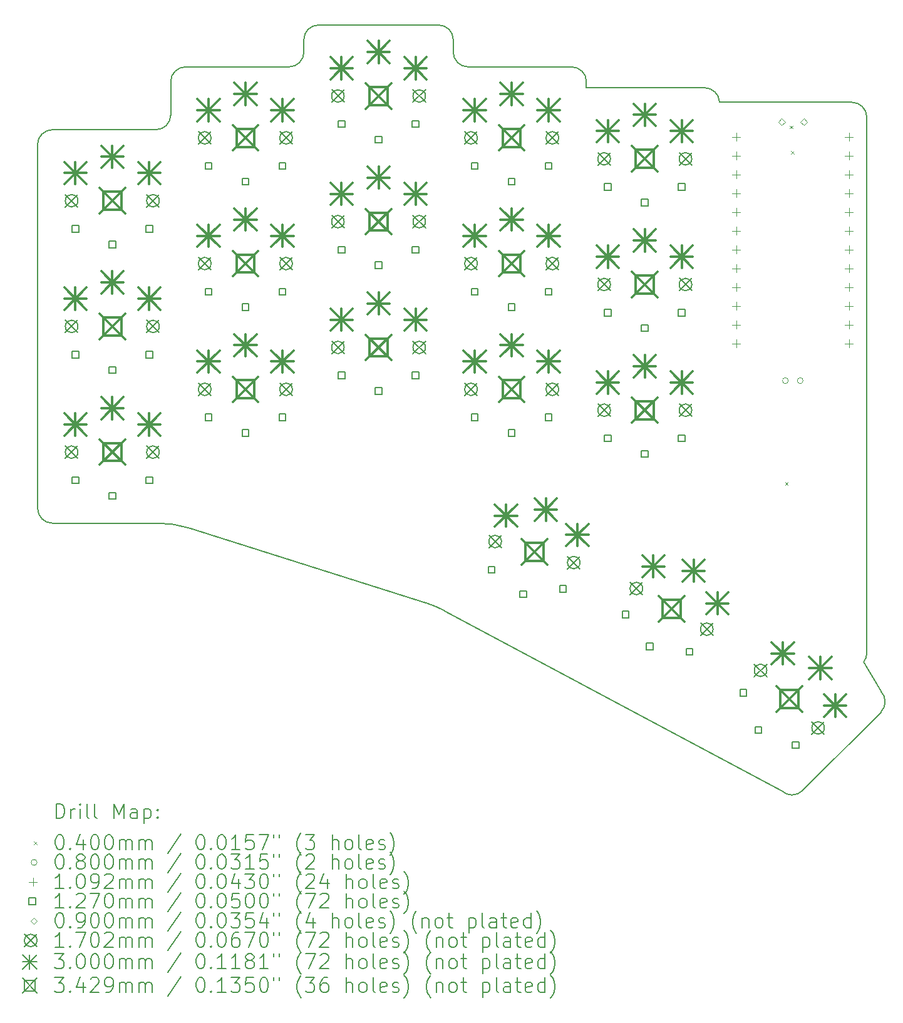
<source format=gbr>
%FSLAX45Y45*%
G04 Gerber Fmt 4.5, Leading zero omitted, Abs format (unit mm)*
G04 Created by KiCad (PCBNEW (6.0.5)) date 2022-09-17 13:25:24*
%MOMM*%
%LPD*%
G01*
G04 APERTURE LIST*
%TA.AperFunction,Profile*%
%ADD10C,0.150000*%
%TD*%
%ADD11C,0.200000*%
%ADD12C,0.040000*%
%ADD13C,0.080000*%
%ADD14C,0.109220*%
%ADD15C,0.127000*%
%ADD16C,0.090000*%
%ADD17C,0.170180*%
%ADD18C,0.300000*%
%ADD19C,0.342900*%
G04 APERTURE END LIST*
D10*
X5990000Y4040000D02*
X7399986Y4040000D01*
X5790000Y4240000D02*
X5790000Y9160000D01*
X5990000Y9360000D02*
X7390000Y9360000D01*
X7790000Y10210000D02*
X9190000Y10210000D01*
X7590000Y9560000D02*
X7590000Y10010000D01*
X9590000Y10776667D02*
X11210000Y10776667D01*
X11410000Y10576667D02*
X11410000Y10410000D01*
X9390000Y10410000D02*
X9390000Y10576667D01*
X11610000Y10210000D02*
X13010000Y10210000D01*
X13210000Y10010000D02*
X13210000Y9926667D01*
X13210000Y9926667D02*
X14810000Y9926667D01*
X15847549Y422126D02*
G75*
G03*
X16130392Y422126I141421J141421D01*
G01*
X16130392Y422126D02*
X17191052Y1482786D01*
X17191052Y1482786D02*
G75*
G03*
X17191052Y1765629I-141421J141421D01*
G01*
X5790000Y4240000D02*
G75*
G03*
X5990000Y4040000I200000J0D01*
G01*
X5990000Y9360000D02*
G75*
G03*
X5790000Y9160000I0J-200000D01*
G01*
X7390000Y9360000D02*
G75*
G03*
X7590000Y9560000I0J200000D01*
G01*
X7790000Y10210000D02*
G75*
G03*
X7590000Y10010000I0J-200000D01*
G01*
X9190000Y10210000D02*
G75*
G03*
X9390000Y10410000I0J200000D01*
G01*
X9590000Y10776667D02*
G75*
G03*
X9390000Y10576667I0J-200000D01*
G01*
X11410000Y10576667D02*
G75*
G03*
X11210000Y10776667I-200000J0D01*
G01*
X11410000Y10410000D02*
G75*
G03*
X11610000Y10210000I200000J0D01*
G01*
X13210000Y10010000D02*
G75*
G03*
X13010000Y10210000I-200000J0D01*
G01*
X15009937Y9731667D02*
G75*
G03*
X14810000Y9926667I-199938J-5000D01*
G01*
X16960741Y2162661D02*
X17191052Y1765629D01*
X15847549Y422126D02*
X11295980Y2854046D01*
X11041554Y2961184D02*
X7852442Y3970134D01*
X16960741Y2162661D02*
G75*
G03*
X17000000Y2281667I-160741J119006D01*
G01*
X17000000Y2281667D02*
X17000000Y9531667D01*
X17000000Y9531667D02*
G75*
G03*
X16800000Y9731667I-200000J0D01*
G01*
X16800000Y9731667D02*
X15009937Y9731667D01*
X7852442Y3970134D02*
G75*
G03*
X7399986Y4040000I-452456J-1430134D01*
G01*
X11295980Y2854046D02*
G75*
G03*
X11041554Y2961184I-706881J-1322996D01*
G01*
D11*
D12*
X15896893Y4591130D02*
X15936893Y4551130D01*
X15936893Y4591130D02*
X15896893Y4551130D01*
X15958224Y9415809D02*
X15998224Y9375809D01*
X15998224Y9415809D02*
X15958224Y9375809D01*
X15975516Y9072138D02*
X16015516Y9032138D01*
X16015516Y9072138D02*
X15975516Y9032138D01*
D13*
X15940000Y5966667D02*
G75*
G03*
X15940000Y5966667I-40000J0D01*
G01*
X16140000Y5966667D02*
G75*
G03*
X16140000Y5966667I-40000J0D01*
G01*
D14*
X15238000Y9318277D02*
X15238000Y9209057D01*
X15183390Y9263667D02*
X15292610Y9263667D01*
X15238000Y9064277D02*
X15238000Y8955057D01*
X15183390Y9009667D02*
X15292610Y9009667D01*
X15238000Y8810277D02*
X15238000Y8701057D01*
X15183390Y8755667D02*
X15292610Y8755667D01*
X15238000Y8556277D02*
X15238000Y8447057D01*
X15183390Y8501667D02*
X15292610Y8501667D01*
X15238000Y8302277D02*
X15238000Y8193057D01*
X15183390Y8247667D02*
X15292610Y8247667D01*
X15238000Y8048277D02*
X15238000Y7939057D01*
X15183390Y7993667D02*
X15292610Y7993667D01*
X15238000Y7794277D02*
X15238000Y7685057D01*
X15183390Y7739667D02*
X15292610Y7739667D01*
X15238000Y7540277D02*
X15238000Y7431057D01*
X15183390Y7485667D02*
X15292610Y7485667D01*
X15238000Y7286277D02*
X15238000Y7177057D01*
X15183390Y7231667D02*
X15292610Y7231667D01*
X15238000Y7032277D02*
X15238000Y6923057D01*
X15183390Y6977667D02*
X15292610Y6977667D01*
X15238000Y6778277D02*
X15238000Y6669057D01*
X15183390Y6723667D02*
X15292610Y6723667D01*
X15238000Y6524277D02*
X15238000Y6415057D01*
X15183390Y6469667D02*
X15292610Y6469667D01*
X16762000Y9318277D02*
X16762000Y9209057D01*
X16707390Y9263667D02*
X16816610Y9263667D01*
X16762000Y9064277D02*
X16762000Y8955057D01*
X16707390Y9009667D02*
X16816610Y9009667D01*
X16762000Y8810277D02*
X16762000Y8701057D01*
X16707390Y8755667D02*
X16816610Y8755667D01*
X16762000Y8556277D02*
X16762000Y8447057D01*
X16707390Y8501667D02*
X16816610Y8501667D01*
X16762000Y8302277D02*
X16762000Y8193057D01*
X16707390Y8247667D02*
X16816610Y8247667D01*
X16762000Y8048277D02*
X16762000Y7939057D01*
X16707390Y7993667D02*
X16816610Y7993667D01*
X16762000Y7794277D02*
X16762000Y7685057D01*
X16707390Y7739667D02*
X16816610Y7739667D01*
X16762000Y7540277D02*
X16762000Y7431057D01*
X16707390Y7485667D02*
X16816610Y7485667D01*
X16762000Y7286277D02*
X16762000Y7177057D01*
X16707390Y7231667D02*
X16816610Y7231667D01*
X16762000Y7032277D02*
X16762000Y6923057D01*
X16707390Y6977667D02*
X16816610Y6977667D01*
X16762000Y6778277D02*
X16762000Y6669057D01*
X16707390Y6723667D02*
X16816610Y6723667D01*
X16762000Y6524277D02*
X16762000Y6415057D01*
X16707390Y6469667D02*
X16816610Y6469667D01*
D15*
X6344902Y7975098D02*
X6344902Y8064902D01*
X6255098Y8064902D01*
X6255098Y7975098D01*
X6344902Y7975098D01*
X6344902Y6275098D02*
X6344902Y6364902D01*
X6255098Y6364902D01*
X6255098Y6275098D01*
X6344902Y6275098D01*
X6344902Y4575098D02*
X6344902Y4664902D01*
X6255098Y4664902D01*
X6255098Y4575098D01*
X6344902Y4575098D01*
X6844902Y7765098D02*
X6844902Y7854902D01*
X6755098Y7854902D01*
X6755098Y7765098D01*
X6844902Y7765098D01*
X6844902Y7765098D02*
X6844902Y7854902D01*
X6755098Y7854902D01*
X6755098Y7765098D01*
X6844902Y7765098D01*
X6844902Y6065098D02*
X6844902Y6154902D01*
X6755098Y6154902D01*
X6755098Y6065098D01*
X6844902Y6065098D01*
X6844902Y6065098D02*
X6844902Y6154902D01*
X6755098Y6154902D01*
X6755098Y6065098D01*
X6844902Y6065098D01*
X6844902Y4365098D02*
X6844902Y4454902D01*
X6755098Y4454902D01*
X6755098Y4365098D01*
X6844902Y4365098D01*
X6844902Y4365098D02*
X6844902Y4454902D01*
X6755098Y4454902D01*
X6755098Y4365098D01*
X6844902Y4365098D01*
X7344902Y7975098D02*
X7344902Y8064902D01*
X7255098Y8064902D01*
X7255098Y7975098D01*
X7344902Y7975098D01*
X7344902Y6275098D02*
X7344902Y6364902D01*
X7255098Y6364902D01*
X7255098Y6275098D01*
X7344902Y6275098D01*
X7344902Y4575098D02*
X7344902Y4664902D01*
X7255098Y4664902D01*
X7255098Y4575098D01*
X7344902Y4575098D01*
X8144902Y8825098D02*
X8144902Y8914902D01*
X8055098Y8914902D01*
X8055098Y8825098D01*
X8144902Y8825098D01*
X8144902Y7125098D02*
X8144902Y7214902D01*
X8055098Y7214902D01*
X8055098Y7125098D01*
X8144902Y7125098D01*
X8144902Y5425098D02*
X8144902Y5514902D01*
X8055098Y5514902D01*
X8055098Y5425098D01*
X8144902Y5425098D01*
X8644902Y8615098D02*
X8644902Y8704902D01*
X8555098Y8704902D01*
X8555098Y8615098D01*
X8644902Y8615098D01*
X8644902Y8615098D02*
X8644902Y8704902D01*
X8555098Y8704902D01*
X8555098Y8615098D01*
X8644902Y8615098D01*
X8644902Y6915098D02*
X8644902Y7004902D01*
X8555098Y7004902D01*
X8555098Y6915098D01*
X8644902Y6915098D01*
X8644902Y6915098D02*
X8644902Y7004902D01*
X8555098Y7004902D01*
X8555098Y6915098D01*
X8644902Y6915098D01*
X8644902Y5215098D02*
X8644902Y5304902D01*
X8555098Y5304902D01*
X8555098Y5215098D01*
X8644902Y5215098D01*
X8644902Y5215098D02*
X8644902Y5304902D01*
X8555098Y5304902D01*
X8555098Y5215098D01*
X8644902Y5215098D01*
X9144902Y8825098D02*
X9144902Y8914902D01*
X9055098Y8914902D01*
X9055098Y8825098D01*
X9144902Y8825098D01*
X9144902Y7125098D02*
X9144902Y7214902D01*
X9055098Y7214902D01*
X9055098Y7125098D01*
X9144902Y7125098D01*
X9144902Y5425098D02*
X9144902Y5514902D01*
X9055098Y5514902D01*
X9055098Y5425098D01*
X9144902Y5425098D01*
X9944902Y9391765D02*
X9944902Y9481568D01*
X9855098Y9481568D01*
X9855098Y9391765D01*
X9944902Y9391765D01*
X9944902Y7691765D02*
X9944902Y7781568D01*
X9855098Y7781568D01*
X9855098Y7691765D01*
X9944902Y7691765D01*
X9944902Y5991765D02*
X9944902Y6081568D01*
X9855098Y6081568D01*
X9855098Y5991765D01*
X9944902Y5991765D01*
X10444902Y9181765D02*
X10444902Y9271568D01*
X10355098Y9271568D01*
X10355098Y9181765D01*
X10444902Y9181765D01*
X10444902Y9181765D02*
X10444902Y9271568D01*
X10355098Y9271568D01*
X10355098Y9181765D01*
X10444902Y9181765D01*
X10444902Y7481765D02*
X10444902Y7571568D01*
X10355098Y7571568D01*
X10355098Y7481765D01*
X10444902Y7481765D01*
X10444902Y7481765D02*
X10444902Y7571568D01*
X10355098Y7571568D01*
X10355098Y7481765D01*
X10444902Y7481765D01*
X10444902Y5781765D02*
X10444902Y5871568D01*
X10355098Y5871568D01*
X10355098Y5781765D01*
X10444902Y5781765D01*
X10444902Y5781765D02*
X10444902Y5871568D01*
X10355098Y5871568D01*
X10355098Y5781765D01*
X10444902Y5781765D01*
X10944902Y9391765D02*
X10944902Y9481568D01*
X10855098Y9481568D01*
X10855098Y9391765D01*
X10944902Y9391765D01*
X10944902Y7691765D02*
X10944902Y7781568D01*
X10855098Y7781568D01*
X10855098Y7691765D01*
X10944902Y7691765D01*
X10944902Y5991765D02*
X10944902Y6081568D01*
X10855098Y6081568D01*
X10855098Y5991765D01*
X10944902Y5991765D01*
X11744902Y8825098D02*
X11744902Y8914902D01*
X11655098Y8914902D01*
X11655098Y8825098D01*
X11744902Y8825098D01*
X11744902Y7125098D02*
X11744902Y7214902D01*
X11655098Y7214902D01*
X11655098Y7125098D01*
X11744902Y7125098D01*
X11744902Y5425098D02*
X11744902Y5514902D01*
X11655098Y5514902D01*
X11655098Y5425098D01*
X11744902Y5425098D01*
X11971583Y3366348D02*
X11971583Y3456152D01*
X11881780Y3456152D01*
X11881780Y3366348D01*
X11971583Y3366348D01*
X12244902Y8615098D02*
X12244902Y8704902D01*
X12155098Y8704902D01*
X12155098Y8615098D01*
X12244902Y8615098D01*
X12244902Y8615098D02*
X12244902Y8704902D01*
X12155098Y8704902D01*
X12155098Y8615098D01*
X12244902Y8615098D01*
X12244902Y6915098D02*
X12244902Y7004902D01*
X12155098Y7004902D01*
X12155098Y6915098D01*
X12244902Y6915098D01*
X12244902Y6915098D02*
X12244902Y7004902D01*
X12155098Y7004902D01*
X12155098Y6915098D01*
X12244902Y6915098D01*
X12244902Y5215098D02*
X12244902Y5304902D01*
X12155098Y5304902D01*
X12155098Y5215098D01*
X12244902Y5215098D01*
X12244902Y5215098D02*
X12244902Y5304902D01*
X12155098Y5304902D01*
X12155098Y5215098D01*
X12244902Y5215098D01*
X12400194Y3034094D02*
X12400194Y3123898D01*
X12310391Y3123898D01*
X12310391Y3034094D01*
X12400194Y3034094D01*
X12400194Y3034094D02*
X12400194Y3123898D01*
X12310391Y3123898D01*
X12310391Y3034094D01*
X12400194Y3034094D01*
X12744902Y8825098D02*
X12744902Y8914902D01*
X12655098Y8914902D01*
X12655098Y8825098D01*
X12744902Y8825098D01*
X12744902Y7125098D02*
X12744902Y7214902D01*
X12655098Y7214902D01*
X12655098Y7125098D01*
X12744902Y7125098D01*
X12744902Y5425098D02*
X12744902Y5514902D01*
X12655098Y5514902D01*
X12655098Y5425098D01*
X12744902Y5425098D01*
X12937509Y3107529D02*
X12937509Y3197333D01*
X12847706Y3197333D01*
X12847706Y3107529D01*
X12937509Y3107529D01*
X13544902Y8541765D02*
X13544902Y8631568D01*
X13455098Y8631568D01*
X13455098Y8541765D01*
X13544902Y8541765D01*
X13544902Y6841765D02*
X13544902Y6931568D01*
X13455098Y6931568D01*
X13455098Y6841765D01*
X13544902Y6841765D01*
X13544902Y5141765D02*
X13544902Y5231568D01*
X13455098Y5231568D01*
X13455098Y5141765D01*
X13544902Y5141765D01*
X13783645Y2757048D02*
X13783645Y2846852D01*
X13693841Y2846852D01*
X13693841Y2757048D01*
X13783645Y2757048D01*
X14044902Y8331765D02*
X14044902Y8421568D01*
X13955098Y8421568D01*
X13955098Y8331765D01*
X14044902Y8331765D01*
X14044902Y8331765D02*
X14044902Y8421568D01*
X13955098Y8421568D01*
X13955098Y8331765D01*
X14044902Y8331765D01*
X14044902Y6631765D02*
X14044902Y6721568D01*
X13955098Y6721568D01*
X13955098Y6631765D01*
X14044902Y6631765D01*
X14044902Y6631765D02*
X14044902Y6721568D01*
X13955098Y6721568D01*
X13955098Y6631765D01*
X14044902Y6631765D01*
X14044902Y4931765D02*
X14044902Y5021568D01*
X13955098Y5021568D01*
X13955098Y4931765D01*
X14044902Y4931765D01*
X14044902Y4931765D02*
X14044902Y5021568D01*
X13955098Y5021568D01*
X13955098Y4931765D01*
X14044902Y4931765D01*
X14111657Y2325183D02*
X14111657Y2414986D01*
X14021854Y2414986D01*
X14021854Y2325183D01*
X14111657Y2325183D01*
X14111657Y2325183D02*
X14111657Y2414986D01*
X14021854Y2414986D01*
X14021854Y2325183D01*
X14111657Y2325183D01*
X14544902Y8541765D02*
X14544902Y8631568D01*
X14455098Y8631568D01*
X14455098Y8541765D01*
X14544902Y8541765D01*
X14544902Y6841765D02*
X14544902Y6931568D01*
X14455098Y6931568D01*
X14455098Y6841765D01*
X14544902Y6841765D01*
X14544902Y5141765D02*
X14544902Y5231568D01*
X14455098Y5231568D01*
X14455098Y5141765D01*
X14544902Y5141765D01*
X14649670Y2257048D02*
X14649670Y2346852D01*
X14559867Y2346852D01*
X14559867Y2257048D01*
X14649670Y2257048D01*
X15376263Y1699514D02*
X15376263Y1789317D01*
X15286460Y1789317D01*
X15286460Y1699514D01*
X15376263Y1699514D01*
X15581324Y1197468D02*
X15581324Y1287272D01*
X15491521Y1287272D01*
X15491521Y1197468D01*
X15581324Y1197468D01*
X15581324Y1197468D02*
X15581324Y1287272D01*
X15491521Y1287272D01*
X15491521Y1197468D01*
X15581324Y1197468D01*
X16083370Y992407D02*
X16083370Y1082211D01*
X15993567Y1082211D01*
X15993567Y992407D01*
X16083370Y992407D01*
D16*
X15850000Y9421667D02*
X15895000Y9466667D01*
X15850000Y9511667D01*
X15805000Y9466667D01*
X15850000Y9421667D01*
X15850000Y9421667D02*
X15895000Y9466667D01*
X15850000Y9511667D01*
X15805000Y9466667D01*
X15850000Y9421667D01*
X16150000Y9421667D02*
X16195000Y9466667D01*
X16150000Y9511667D01*
X16105000Y9466667D01*
X16150000Y9421667D01*
X16150000Y9421667D02*
X16195000Y9466667D01*
X16150000Y9511667D01*
X16105000Y9466667D01*
X16150000Y9421667D01*
D17*
X6164910Y8485090D02*
X6335090Y8314910D01*
X6335090Y8485090D02*
X6164910Y8314910D01*
X6335090Y8400000D02*
G75*
G03*
X6335090Y8400000I-85090J0D01*
G01*
X6164910Y8485090D02*
X6335090Y8314910D01*
X6335090Y8485090D02*
X6164910Y8314910D01*
X6335090Y8400000D02*
G75*
G03*
X6335090Y8400000I-85090J0D01*
G01*
X6164910Y6785090D02*
X6335090Y6614910D01*
X6335090Y6785090D02*
X6164910Y6614910D01*
X6335090Y6700000D02*
G75*
G03*
X6335090Y6700000I-85090J0D01*
G01*
X6164910Y6785090D02*
X6335090Y6614910D01*
X6335090Y6785090D02*
X6164910Y6614910D01*
X6335090Y6700000D02*
G75*
G03*
X6335090Y6700000I-85090J0D01*
G01*
X6164910Y5085090D02*
X6335090Y4914910D01*
X6335090Y5085090D02*
X6164910Y4914910D01*
X6335090Y5000000D02*
G75*
G03*
X6335090Y5000000I-85090J0D01*
G01*
X6164910Y5085090D02*
X6335090Y4914910D01*
X6335090Y5085090D02*
X6164910Y4914910D01*
X6335090Y5000000D02*
G75*
G03*
X6335090Y5000000I-85090J0D01*
G01*
X7264910Y8485090D02*
X7435090Y8314910D01*
X7435090Y8485090D02*
X7264910Y8314910D01*
X7435090Y8400000D02*
G75*
G03*
X7435090Y8400000I-85090J0D01*
G01*
X7264910Y8485090D02*
X7435090Y8314910D01*
X7435090Y8485090D02*
X7264910Y8314910D01*
X7435090Y8400000D02*
G75*
G03*
X7435090Y8400000I-85090J0D01*
G01*
X7264910Y6785090D02*
X7435090Y6614910D01*
X7435090Y6785090D02*
X7264910Y6614910D01*
X7435090Y6700000D02*
G75*
G03*
X7435090Y6700000I-85090J0D01*
G01*
X7264910Y6785090D02*
X7435090Y6614910D01*
X7435090Y6785090D02*
X7264910Y6614910D01*
X7435090Y6700000D02*
G75*
G03*
X7435090Y6700000I-85090J0D01*
G01*
X7264910Y5085090D02*
X7435090Y4914910D01*
X7435090Y5085090D02*
X7264910Y4914910D01*
X7435090Y5000000D02*
G75*
G03*
X7435090Y5000000I-85090J0D01*
G01*
X7264910Y5085090D02*
X7435090Y4914910D01*
X7435090Y5085090D02*
X7264910Y4914910D01*
X7435090Y5000000D02*
G75*
G03*
X7435090Y5000000I-85090J0D01*
G01*
X7964910Y9335090D02*
X8135090Y9164910D01*
X8135090Y9335090D02*
X7964910Y9164910D01*
X8135090Y9250000D02*
G75*
G03*
X8135090Y9250000I-85090J0D01*
G01*
X7964910Y9335090D02*
X8135090Y9164910D01*
X8135090Y9335090D02*
X7964910Y9164910D01*
X8135090Y9250000D02*
G75*
G03*
X8135090Y9250000I-85090J0D01*
G01*
X7964910Y7635090D02*
X8135090Y7464910D01*
X8135090Y7635090D02*
X7964910Y7464910D01*
X8135090Y7550000D02*
G75*
G03*
X8135090Y7550000I-85090J0D01*
G01*
X7964910Y7635090D02*
X8135090Y7464910D01*
X8135090Y7635090D02*
X7964910Y7464910D01*
X8135090Y7550000D02*
G75*
G03*
X8135090Y7550000I-85090J0D01*
G01*
X7964910Y5935090D02*
X8135090Y5764910D01*
X8135090Y5935090D02*
X7964910Y5764910D01*
X8135090Y5850000D02*
G75*
G03*
X8135090Y5850000I-85090J0D01*
G01*
X7964910Y5935090D02*
X8135090Y5764910D01*
X8135090Y5935090D02*
X7964910Y5764910D01*
X8135090Y5850000D02*
G75*
G03*
X8135090Y5850000I-85090J0D01*
G01*
X9064910Y9335090D02*
X9235090Y9164910D01*
X9235090Y9335090D02*
X9064910Y9164910D01*
X9235090Y9250000D02*
G75*
G03*
X9235090Y9250000I-85090J0D01*
G01*
X9064910Y9335090D02*
X9235090Y9164910D01*
X9235090Y9335090D02*
X9064910Y9164910D01*
X9235090Y9250000D02*
G75*
G03*
X9235090Y9250000I-85090J0D01*
G01*
X9064910Y7635090D02*
X9235090Y7464910D01*
X9235090Y7635090D02*
X9064910Y7464910D01*
X9235090Y7550000D02*
G75*
G03*
X9235090Y7550000I-85090J0D01*
G01*
X9064910Y7635090D02*
X9235090Y7464910D01*
X9235090Y7635090D02*
X9064910Y7464910D01*
X9235090Y7550000D02*
G75*
G03*
X9235090Y7550000I-85090J0D01*
G01*
X9064910Y5935090D02*
X9235090Y5764910D01*
X9235090Y5935090D02*
X9064910Y5764910D01*
X9235090Y5850000D02*
G75*
G03*
X9235090Y5850000I-85090J0D01*
G01*
X9064910Y5935090D02*
X9235090Y5764910D01*
X9235090Y5935090D02*
X9064910Y5764910D01*
X9235090Y5850000D02*
G75*
G03*
X9235090Y5850000I-85090J0D01*
G01*
X9764910Y9901757D02*
X9935090Y9731577D01*
X9935090Y9901757D02*
X9764910Y9731577D01*
X9935090Y9816667D02*
G75*
G03*
X9935090Y9816667I-85090J0D01*
G01*
X9764910Y9901757D02*
X9935090Y9731577D01*
X9935090Y9901757D02*
X9764910Y9731577D01*
X9935090Y9816667D02*
G75*
G03*
X9935090Y9816667I-85090J0D01*
G01*
X9764910Y8201757D02*
X9935090Y8031577D01*
X9935090Y8201757D02*
X9764910Y8031577D01*
X9935090Y8116667D02*
G75*
G03*
X9935090Y8116667I-85090J0D01*
G01*
X9764910Y8201757D02*
X9935090Y8031577D01*
X9935090Y8201757D02*
X9764910Y8031577D01*
X9935090Y8116667D02*
G75*
G03*
X9935090Y8116667I-85090J0D01*
G01*
X9764910Y6501757D02*
X9935090Y6331577D01*
X9935090Y6501757D02*
X9764910Y6331577D01*
X9935090Y6416667D02*
G75*
G03*
X9935090Y6416667I-85090J0D01*
G01*
X9764910Y6501757D02*
X9935090Y6331577D01*
X9935090Y6501757D02*
X9764910Y6331577D01*
X9935090Y6416667D02*
G75*
G03*
X9935090Y6416667I-85090J0D01*
G01*
X10864910Y9901757D02*
X11035090Y9731577D01*
X11035090Y9901757D02*
X10864910Y9731577D01*
X11035090Y9816667D02*
G75*
G03*
X11035090Y9816667I-85090J0D01*
G01*
X10864910Y9901757D02*
X11035090Y9731577D01*
X11035090Y9901757D02*
X10864910Y9731577D01*
X11035090Y9816667D02*
G75*
G03*
X11035090Y9816667I-85090J0D01*
G01*
X10864910Y8201757D02*
X11035090Y8031577D01*
X11035090Y8201757D02*
X10864910Y8031577D01*
X11035090Y8116667D02*
G75*
G03*
X11035090Y8116667I-85090J0D01*
G01*
X10864910Y8201757D02*
X11035090Y8031577D01*
X11035090Y8201757D02*
X10864910Y8031577D01*
X11035090Y8116667D02*
G75*
G03*
X11035090Y8116667I-85090J0D01*
G01*
X10864910Y6501757D02*
X11035090Y6331577D01*
X11035090Y6501757D02*
X10864910Y6331577D01*
X11035090Y6416667D02*
G75*
G03*
X11035090Y6416667I-85090J0D01*
G01*
X10864910Y6501757D02*
X11035090Y6331577D01*
X11035090Y6501757D02*
X10864910Y6331577D01*
X11035090Y6416667D02*
G75*
G03*
X11035090Y6416667I-85090J0D01*
G01*
X11564910Y9335090D02*
X11735090Y9164910D01*
X11735090Y9335090D02*
X11564910Y9164910D01*
X11735090Y9250000D02*
G75*
G03*
X11735090Y9250000I-85090J0D01*
G01*
X11564910Y9335090D02*
X11735090Y9164910D01*
X11735090Y9335090D02*
X11564910Y9164910D01*
X11735090Y9250000D02*
G75*
G03*
X11735090Y9250000I-85090J0D01*
G01*
X11564910Y7635090D02*
X11735090Y7464910D01*
X11735090Y7635090D02*
X11564910Y7464910D01*
X11735090Y7550000D02*
G75*
G03*
X11735090Y7550000I-85090J0D01*
G01*
X11564910Y7635090D02*
X11735090Y7464910D01*
X11735090Y7635090D02*
X11564910Y7464910D01*
X11735090Y7550000D02*
G75*
G03*
X11735090Y7550000I-85090J0D01*
G01*
X11564910Y5935090D02*
X11735090Y5764910D01*
X11735090Y5935090D02*
X11564910Y5764910D01*
X11735090Y5850000D02*
G75*
G03*
X11735090Y5850000I-85090J0D01*
G01*
X11564910Y5935090D02*
X11735090Y5764910D01*
X11735090Y5935090D02*
X11564910Y5764910D01*
X11735090Y5850000D02*
G75*
G03*
X11735090Y5850000I-85090J0D01*
G01*
X11891647Y3876333D02*
X12061827Y3706153D01*
X12061827Y3876333D02*
X11891647Y3706153D01*
X12061827Y3791243D02*
G75*
G03*
X12061827Y3791243I-85090J0D01*
G01*
X11891647Y3876333D02*
X12061827Y3706153D01*
X12061827Y3876333D02*
X11891647Y3706153D01*
X12061827Y3791243D02*
G75*
G03*
X12061827Y3791243I-85090J0D01*
G01*
X12664910Y9335090D02*
X12835090Y9164910D01*
X12835090Y9335090D02*
X12664910Y9164910D01*
X12835090Y9250000D02*
G75*
G03*
X12835090Y9250000I-85090J0D01*
G01*
X12664910Y9335090D02*
X12835090Y9164910D01*
X12835090Y9335090D02*
X12664910Y9164910D01*
X12835090Y9250000D02*
G75*
G03*
X12835090Y9250000I-85090J0D01*
G01*
X12664910Y7635090D02*
X12835090Y7464910D01*
X12835090Y7635090D02*
X12664910Y7464910D01*
X12835090Y7550000D02*
G75*
G03*
X12835090Y7550000I-85090J0D01*
G01*
X12664910Y7635090D02*
X12835090Y7464910D01*
X12835090Y7635090D02*
X12664910Y7464910D01*
X12835090Y7550000D02*
G75*
G03*
X12835090Y7550000I-85090J0D01*
G01*
X12664910Y5935090D02*
X12835090Y5764910D01*
X12835090Y5935090D02*
X12664910Y5764910D01*
X12835090Y5850000D02*
G75*
G03*
X12835090Y5850000I-85090J0D01*
G01*
X12664910Y5935090D02*
X12835090Y5764910D01*
X12835090Y5935090D02*
X12664910Y5764910D01*
X12835090Y5850000D02*
G75*
G03*
X12835090Y5850000I-85090J0D01*
G01*
X12954165Y3591632D02*
X13124345Y3421452D01*
X13124345Y3591632D02*
X12954165Y3421452D01*
X13124345Y3506542D02*
G75*
G03*
X13124345Y3506542I-85090J0D01*
G01*
X12954165Y3591632D02*
X13124345Y3421452D01*
X13124345Y3591632D02*
X12954165Y3421452D01*
X13124345Y3506542D02*
G75*
G03*
X13124345Y3506542I-85090J0D01*
G01*
X13364910Y9051757D02*
X13535090Y8881577D01*
X13535090Y9051757D02*
X13364910Y8881577D01*
X13535090Y8966667D02*
G75*
G03*
X13535090Y8966667I-85090J0D01*
G01*
X13364910Y9051757D02*
X13535090Y8881577D01*
X13535090Y9051757D02*
X13364910Y8881577D01*
X13535090Y8966667D02*
G75*
G03*
X13535090Y8966667I-85090J0D01*
G01*
X13364910Y7351757D02*
X13535090Y7181577D01*
X13535090Y7351757D02*
X13364910Y7181577D01*
X13535090Y7266667D02*
G75*
G03*
X13535090Y7266667I-85090J0D01*
G01*
X13364910Y7351757D02*
X13535090Y7181577D01*
X13535090Y7351757D02*
X13364910Y7181577D01*
X13535090Y7266667D02*
G75*
G03*
X13535090Y7266667I-85090J0D01*
G01*
X13364910Y5651757D02*
X13535090Y5481577D01*
X13535090Y5651757D02*
X13364910Y5481577D01*
X13535090Y5566667D02*
G75*
G03*
X13535090Y5566667I-85090J0D01*
G01*
X13364910Y5651757D02*
X13535090Y5481577D01*
X13535090Y5651757D02*
X13364910Y5481577D01*
X13535090Y5566667D02*
G75*
G03*
X13535090Y5566667I-85090J0D01*
G01*
X13800352Y3241130D02*
X13970532Y3070950D01*
X13970532Y3241130D02*
X13800352Y3070950D01*
X13970532Y3156040D02*
G75*
G03*
X13970532Y3156040I-85090J0D01*
G01*
X13800352Y3241130D02*
X13970532Y3070950D01*
X13970532Y3241130D02*
X13800352Y3070950D01*
X13970532Y3156040D02*
G75*
G03*
X13970532Y3156040I-85090J0D01*
G01*
X14464910Y9051757D02*
X14635090Y8881577D01*
X14635090Y9051757D02*
X14464910Y8881577D01*
X14635090Y8966667D02*
G75*
G03*
X14635090Y8966667I-85090J0D01*
G01*
X14464910Y9051757D02*
X14635090Y8881577D01*
X14635090Y9051757D02*
X14464910Y8881577D01*
X14635090Y8966667D02*
G75*
G03*
X14635090Y8966667I-85090J0D01*
G01*
X14464910Y7351757D02*
X14635090Y7181577D01*
X14635090Y7351757D02*
X14464910Y7181577D01*
X14635090Y7266667D02*
G75*
G03*
X14635090Y7266667I-85090J0D01*
G01*
X14464910Y7351757D02*
X14635090Y7181577D01*
X14635090Y7351757D02*
X14464910Y7181577D01*
X14635090Y7266667D02*
G75*
G03*
X14635090Y7266667I-85090J0D01*
G01*
X14464910Y5651757D02*
X14635090Y5481577D01*
X14635090Y5651757D02*
X14464910Y5481577D01*
X14635090Y5566667D02*
G75*
G03*
X14635090Y5566667I-85090J0D01*
G01*
X14464910Y5651757D02*
X14635090Y5481577D01*
X14635090Y5651757D02*
X14464910Y5481577D01*
X14635090Y5566667D02*
G75*
G03*
X14635090Y5566667I-85090J0D01*
G01*
X14752980Y2691130D02*
X14923160Y2520950D01*
X14923160Y2691130D02*
X14752980Y2520950D01*
X14923160Y2606040D02*
G75*
G03*
X14923160Y2606040I-85090J0D01*
G01*
X14752980Y2691130D02*
X14923160Y2520950D01*
X14923160Y2691130D02*
X14752980Y2520950D01*
X14923160Y2606040D02*
G75*
G03*
X14923160Y2606040I-85090J0D01*
G01*
X15479617Y2133562D02*
X15649797Y1963381D01*
X15649797Y2133562D02*
X15479617Y1963381D01*
X15649797Y2048471D02*
G75*
G03*
X15649797Y2048471I-85090J0D01*
G01*
X15479617Y2133562D02*
X15649797Y1963381D01*
X15649797Y2133562D02*
X15479617Y1963381D01*
X15649797Y2048471D02*
G75*
G03*
X15649797Y2048471I-85090J0D01*
G01*
X16257434Y1355744D02*
X16427614Y1185564D01*
X16427614Y1355744D02*
X16257434Y1185564D01*
X16427614Y1270654D02*
G75*
G03*
X16427614Y1270654I-85090J0D01*
G01*
X16257434Y1355744D02*
X16427614Y1185564D01*
X16427614Y1355744D02*
X16257434Y1185564D01*
X16427614Y1270654D02*
G75*
G03*
X16427614Y1270654I-85090J0D01*
G01*
D18*
X6150000Y8925000D02*
X6450000Y8625000D01*
X6450000Y8925000D02*
X6150000Y8625000D01*
X6300000Y8925000D02*
X6300000Y8625000D01*
X6150000Y8775000D02*
X6450000Y8775000D01*
X6150000Y7225000D02*
X6450000Y6925000D01*
X6450000Y7225000D02*
X6150000Y6925000D01*
X6300000Y7225000D02*
X6300000Y6925000D01*
X6150000Y7075000D02*
X6450000Y7075000D01*
X6150000Y5525000D02*
X6450000Y5225000D01*
X6450000Y5525000D02*
X6150000Y5225000D01*
X6300000Y5525000D02*
X6300000Y5225000D01*
X6150000Y5375000D02*
X6450000Y5375000D01*
X6650000Y9145000D02*
X6950000Y8845000D01*
X6950000Y9145000D02*
X6650000Y8845000D01*
X6800000Y9145000D02*
X6800000Y8845000D01*
X6650000Y8995000D02*
X6950000Y8995000D01*
X6650000Y9145000D02*
X6950000Y8845000D01*
X6950000Y9145000D02*
X6650000Y8845000D01*
X6800000Y9145000D02*
X6800000Y8845000D01*
X6650000Y8995000D02*
X6950000Y8995000D01*
X6650000Y7445000D02*
X6950000Y7145000D01*
X6950000Y7445000D02*
X6650000Y7145000D01*
X6800000Y7445000D02*
X6800000Y7145000D01*
X6650000Y7295000D02*
X6950000Y7295000D01*
X6650000Y7445000D02*
X6950000Y7145000D01*
X6950000Y7445000D02*
X6650000Y7145000D01*
X6800000Y7445000D02*
X6800000Y7145000D01*
X6650000Y7295000D02*
X6950000Y7295000D01*
X6650000Y5745000D02*
X6950000Y5445000D01*
X6950000Y5745000D02*
X6650000Y5445000D01*
X6800000Y5745000D02*
X6800000Y5445000D01*
X6650000Y5595000D02*
X6950000Y5595000D01*
X6650000Y5745000D02*
X6950000Y5445000D01*
X6950000Y5745000D02*
X6650000Y5445000D01*
X6800000Y5745000D02*
X6800000Y5445000D01*
X6650000Y5595000D02*
X6950000Y5595000D01*
X7150000Y8925000D02*
X7450000Y8625000D01*
X7450000Y8925000D02*
X7150000Y8625000D01*
X7300000Y8925000D02*
X7300000Y8625000D01*
X7150000Y8775000D02*
X7450000Y8775000D01*
X7150000Y7225000D02*
X7450000Y6925000D01*
X7450000Y7225000D02*
X7150000Y6925000D01*
X7300000Y7225000D02*
X7300000Y6925000D01*
X7150000Y7075000D02*
X7450000Y7075000D01*
X7150000Y5525000D02*
X7450000Y5225000D01*
X7450000Y5525000D02*
X7150000Y5225000D01*
X7300000Y5525000D02*
X7300000Y5225000D01*
X7150000Y5375000D02*
X7450000Y5375000D01*
X7950000Y9775000D02*
X8250000Y9475000D01*
X8250000Y9775000D02*
X7950000Y9475000D01*
X8100000Y9775000D02*
X8100000Y9475000D01*
X7950000Y9625000D02*
X8250000Y9625000D01*
X7950000Y8075000D02*
X8250000Y7775000D01*
X8250000Y8075000D02*
X7950000Y7775000D01*
X8100000Y8075000D02*
X8100000Y7775000D01*
X7950000Y7925000D02*
X8250000Y7925000D01*
X7950000Y6375000D02*
X8250000Y6075000D01*
X8250000Y6375000D02*
X7950000Y6075000D01*
X8100000Y6375000D02*
X8100000Y6075000D01*
X7950000Y6225000D02*
X8250000Y6225000D01*
X8450000Y9995000D02*
X8750000Y9695000D01*
X8750000Y9995000D02*
X8450000Y9695000D01*
X8600000Y9995000D02*
X8600000Y9695000D01*
X8450000Y9845000D02*
X8750000Y9845000D01*
X8450000Y9995000D02*
X8750000Y9695000D01*
X8750000Y9995000D02*
X8450000Y9695000D01*
X8600000Y9995000D02*
X8600000Y9695000D01*
X8450000Y9845000D02*
X8750000Y9845000D01*
X8450000Y8295000D02*
X8750000Y7995000D01*
X8750000Y8295000D02*
X8450000Y7995000D01*
X8600000Y8295000D02*
X8600000Y7995000D01*
X8450000Y8145000D02*
X8750000Y8145000D01*
X8450000Y8295000D02*
X8750000Y7995000D01*
X8750000Y8295000D02*
X8450000Y7995000D01*
X8600000Y8295000D02*
X8600000Y7995000D01*
X8450000Y8145000D02*
X8750000Y8145000D01*
X8450000Y6595000D02*
X8750000Y6295000D01*
X8750000Y6595000D02*
X8450000Y6295000D01*
X8600000Y6595000D02*
X8600000Y6295000D01*
X8450000Y6445000D02*
X8750000Y6445000D01*
X8450000Y6595000D02*
X8750000Y6295000D01*
X8750000Y6595000D02*
X8450000Y6295000D01*
X8600000Y6595000D02*
X8600000Y6295000D01*
X8450000Y6445000D02*
X8750000Y6445000D01*
X8950000Y9775000D02*
X9250000Y9475000D01*
X9250000Y9775000D02*
X8950000Y9475000D01*
X9100000Y9775000D02*
X9100000Y9475000D01*
X8950000Y9625000D02*
X9250000Y9625000D01*
X8950000Y8075000D02*
X9250000Y7775000D01*
X9250000Y8075000D02*
X8950000Y7775000D01*
X9100000Y8075000D02*
X9100000Y7775000D01*
X8950000Y7925000D02*
X9250000Y7925000D01*
X8950000Y6375000D02*
X9250000Y6075000D01*
X9250000Y6375000D02*
X8950000Y6075000D01*
X9100000Y6375000D02*
X9100000Y6075000D01*
X8950000Y6225000D02*
X9250000Y6225000D01*
X9750000Y10341667D02*
X10050000Y10041667D01*
X10050000Y10341667D02*
X9750000Y10041667D01*
X9900000Y10341667D02*
X9900000Y10041667D01*
X9750000Y10191667D02*
X10050000Y10191667D01*
X9750000Y8641667D02*
X10050000Y8341667D01*
X10050000Y8641667D02*
X9750000Y8341667D01*
X9900000Y8641667D02*
X9900000Y8341667D01*
X9750000Y8491667D02*
X10050000Y8491667D01*
X9750000Y6941667D02*
X10050000Y6641667D01*
X10050000Y6941667D02*
X9750000Y6641667D01*
X9900000Y6941667D02*
X9900000Y6641667D01*
X9750000Y6791667D02*
X10050000Y6791667D01*
X10250000Y10561667D02*
X10550000Y10261667D01*
X10550000Y10561667D02*
X10250000Y10261667D01*
X10400000Y10561667D02*
X10400000Y10261667D01*
X10250000Y10411667D02*
X10550000Y10411667D01*
X10250000Y10561667D02*
X10550000Y10261667D01*
X10550000Y10561667D02*
X10250000Y10261667D01*
X10400000Y10561667D02*
X10400000Y10261667D01*
X10250000Y10411667D02*
X10550000Y10411667D01*
X10250000Y8861667D02*
X10550000Y8561667D01*
X10550000Y8861667D02*
X10250000Y8561667D01*
X10400000Y8861667D02*
X10400000Y8561667D01*
X10250000Y8711667D02*
X10550000Y8711667D01*
X10250000Y8861667D02*
X10550000Y8561667D01*
X10550000Y8861667D02*
X10250000Y8561667D01*
X10400000Y8861667D02*
X10400000Y8561667D01*
X10250000Y8711667D02*
X10550000Y8711667D01*
X10250000Y7161667D02*
X10550000Y6861667D01*
X10550000Y7161667D02*
X10250000Y6861667D01*
X10400000Y7161667D02*
X10400000Y6861667D01*
X10250000Y7011667D02*
X10550000Y7011667D01*
X10250000Y7161667D02*
X10550000Y6861667D01*
X10550000Y7161667D02*
X10250000Y6861667D01*
X10400000Y7161667D02*
X10400000Y6861667D01*
X10250000Y7011667D02*
X10550000Y7011667D01*
X10750000Y10341667D02*
X11050000Y10041667D01*
X11050000Y10341667D02*
X10750000Y10041667D01*
X10900000Y10341667D02*
X10900000Y10041667D01*
X10750000Y10191667D02*
X11050000Y10191667D01*
X10750000Y8641667D02*
X11050000Y8341667D01*
X11050000Y8641667D02*
X10750000Y8341667D01*
X10900000Y8641667D02*
X10900000Y8341667D01*
X10750000Y8491667D02*
X11050000Y8491667D01*
X10750000Y6941667D02*
X11050000Y6641667D01*
X11050000Y6941667D02*
X10750000Y6641667D01*
X10900000Y6941667D02*
X10900000Y6641667D01*
X10750000Y6791667D02*
X11050000Y6791667D01*
X11550000Y9775000D02*
X11850000Y9475000D01*
X11850000Y9775000D02*
X11550000Y9475000D01*
X11700000Y9775000D02*
X11700000Y9475000D01*
X11550000Y9625000D02*
X11850000Y9625000D01*
X11550000Y8075000D02*
X11850000Y7775000D01*
X11850000Y8075000D02*
X11550000Y7775000D01*
X11700000Y8075000D02*
X11700000Y7775000D01*
X11550000Y7925000D02*
X11850000Y7925000D01*
X11550000Y6375000D02*
X11850000Y6075000D01*
X11850000Y6375000D02*
X11550000Y6075000D01*
X11700000Y6375000D02*
X11700000Y6075000D01*
X11550000Y6225000D02*
X11850000Y6225000D01*
X11972090Y4290524D02*
X12272090Y3990524D01*
X12272090Y4290524D02*
X11972090Y3990524D01*
X12122090Y4290524D02*
X12122090Y3990524D01*
X11972090Y4140524D02*
X12272090Y4140524D01*
X12050000Y9995000D02*
X12350000Y9695000D01*
X12350000Y9995000D02*
X12050000Y9695000D01*
X12200000Y9995000D02*
X12200000Y9695000D01*
X12050000Y9845000D02*
X12350000Y9845000D01*
X12050000Y9995000D02*
X12350000Y9695000D01*
X12350000Y9995000D02*
X12050000Y9695000D01*
X12200000Y9995000D02*
X12200000Y9695000D01*
X12050000Y9845000D02*
X12350000Y9845000D01*
X12050000Y8295000D02*
X12350000Y7995000D01*
X12350000Y8295000D02*
X12050000Y7995000D01*
X12200000Y8295000D02*
X12200000Y7995000D01*
X12050000Y8145000D02*
X12350000Y8145000D01*
X12050000Y8295000D02*
X12350000Y7995000D01*
X12350000Y8295000D02*
X12050000Y7995000D01*
X12200000Y8295000D02*
X12200000Y7995000D01*
X12050000Y8145000D02*
X12350000Y8145000D01*
X12050000Y6595000D02*
X12350000Y6295000D01*
X12350000Y6595000D02*
X12050000Y6295000D01*
X12200000Y6595000D02*
X12200000Y6295000D01*
X12050000Y6445000D02*
X12350000Y6445000D01*
X12050000Y6595000D02*
X12350000Y6295000D01*
X12350000Y6595000D02*
X12050000Y6295000D01*
X12200000Y6595000D02*
X12200000Y6295000D01*
X12050000Y6445000D02*
X12350000Y6445000D01*
X12511993Y4373618D02*
X12811993Y4073618D01*
X12811993Y4373618D02*
X12511993Y4073618D01*
X12661993Y4373618D02*
X12661993Y4073618D01*
X12511993Y4223618D02*
X12811993Y4223618D01*
X12511993Y4373618D02*
X12811993Y4073618D01*
X12811993Y4373618D02*
X12511993Y4073618D01*
X12661993Y4373618D02*
X12661993Y4073618D01*
X12511993Y4223618D02*
X12811993Y4223618D01*
X12550000Y9775000D02*
X12850000Y9475000D01*
X12850000Y9775000D02*
X12550000Y9475000D01*
X12700000Y9775000D02*
X12700000Y9475000D01*
X12550000Y9625000D02*
X12850000Y9625000D01*
X12550000Y8075000D02*
X12850000Y7775000D01*
X12850000Y8075000D02*
X12550000Y7775000D01*
X12700000Y8075000D02*
X12700000Y7775000D01*
X12550000Y7925000D02*
X12850000Y7925000D01*
X12550000Y6375000D02*
X12850000Y6075000D01*
X12850000Y6375000D02*
X12550000Y6075000D01*
X12700000Y6375000D02*
X12700000Y6075000D01*
X12550000Y6225000D02*
X12850000Y6225000D01*
X12938016Y4031705D02*
X13238016Y3731705D01*
X13238016Y4031705D02*
X12938016Y3731705D01*
X13088016Y4031705D02*
X13088016Y3731705D01*
X12938016Y3881705D02*
X13238016Y3881705D01*
X13350000Y9491667D02*
X13650000Y9191667D01*
X13650000Y9491667D02*
X13350000Y9191667D01*
X13500000Y9491667D02*
X13500000Y9191667D01*
X13350000Y9341667D02*
X13650000Y9341667D01*
X13350000Y7791667D02*
X13650000Y7491667D01*
X13650000Y7791667D02*
X13350000Y7491667D01*
X13500000Y7791667D02*
X13500000Y7491667D01*
X13350000Y7641667D02*
X13650000Y7641667D01*
X13350000Y6091667D02*
X13650000Y5791667D01*
X13650000Y6091667D02*
X13350000Y5791667D01*
X13500000Y6091667D02*
X13500000Y5791667D01*
X13350000Y5941667D02*
X13650000Y5941667D01*
X13850000Y9711667D02*
X14150000Y9411667D01*
X14150000Y9711667D02*
X13850000Y9411667D01*
X14000000Y9711667D02*
X14000000Y9411667D01*
X13850000Y9561667D02*
X14150000Y9561667D01*
X13850000Y9711667D02*
X14150000Y9411667D01*
X14150000Y9711667D02*
X13850000Y9411667D01*
X14000000Y9711667D02*
X14000000Y9411667D01*
X13850000Y9561667D02*
X14150000Y9561667D01*
X13850000Y8011667D02*
X14150000Y7711667D01*
X14150000Y8011667D02*
X13850000Y7711667D01*
X14000000Y8011667D02*
X14000000Y7711667D01*
X13850000Y7861667D02*
X14150000Y7861667D01*
X13850000Y8011667D02*
X14150000Y7711667D01*
X14150000Y8011667D02*
X13850000Y7711667D01*
X14000000Y8011667D02*
X14000000Y7711667D01*
X13850000Y7861667D02*
X14150000Y7861667D01*
X13850000Y6311667D02*
X14150000Y6011667D01*
X14150000Y6311667D02*
X13850000Y6011667D01*
X14000000Y6311667D02*
X14000000Y6011667D01*
X13850000Y6161667D02*
X14150000Y6161667D01*
X13850000Y6311667D02*
X14150000Y6011667D01*
X14150000Y6311667D02*
X13850000Y6011667D01*
X14000000Y6311667D02*
X14000000Y6011667D01*
X13850000Y6161667D02*
X14150000Y6161667D01*
X13966243Y3605799D02*
X14266243Y3305799D01*
X14266243Y3605799D02*
X13966243Y3305799D01*
X14116243Y3605799D02*
X14116243Y3305799D01*
X13966243Y3455799D02*
X14266243Y3455799D01*
X14350000Y9491667D02*
X14650000Y9191667D01*
X14650000Y9491667D02*
X14350000Y9191667D01*
X14500000Y9491667D02*
X14500000Y9191667D01*
X14350000Y9341667D02*
X14650000Y9341667D01*
X14350000Y7791667D02*
X14650000Y7491667D01*
X14650000Y7791667D02*
X14350000Y7491667D01*
X14500000Y7791667D02*
X14500000Y7491667D01*
X14350000Y7641667D02*
X14650000Y7641667D01*
X14350000Y6091667D02*
X14650000Y5791667D01*
X14650000Y6091667D02*
X14350000Y5791667D01*
X14500000Y6091667D02*
X14500000Y5791667D01*
X14350000Y5941667D02*
X14650000Y5941667D01*
X14509256Y3546325D02*
X14809256Y3246325D01*
X14809256Y3546325D02*
X14509256Y3246325D01*
X14659256Y3546325D02*
X14659256Y3246325D01*
X14509256Y3396325D02*
X14809256Y3396325D01*
X14509256Y3546325D02*
X14809256Y3246325D01*
X14809256Y3546325D02*
X14509256Y3246325D01*
X14659256Y3546325D02*
X14659256Y3246325D01*
X14509256Y3396325D02*
X14809256Y3396325D01*
X14832268Y3105799D02*
X15132268Y2805799D01*
X15132268Y3105799D02*
X14832268Y2805799D01*
X14982268Y3105799D02*
X14982268Y2805799D01*
X14832268Y2955799D02*
X15132268Y2955799D01*
X15715227Y2428281D02*
X16015227Y2128281D01*
X16015227Y2428281D02*
X15715227Y2128281D01*
X15865227Y2428281D02*
X15865227Y2128281D01*
X15715227Y2278281D02*
X16015227Y2278281D01*
X16224344Y2230291D02*
X16524344Y1930291D01*
X16524344Y2230291D02*
X16224344Y1930291D01*
X16374344Y2230291D02*
X16374344Y1930291D01*
X16224344Y2080291D02*
X16524344Y2080291D01*
X16224344Y2230291D02*
X16524344Y1930291D01*
X16524344Y2230291D02*
X16224344Y1930291D01*
X16374344Y2230291D02*
X16374344Y1930291D01*
X16224344Y2080291D02*
X16524344Y2080291D01*
X16422334Y1721174D02*
X16722334Y1421174D01*
X16722334Y1721174D02*
X16422334Y1421174D01*
X16572334Y1721174D02*
X16572334Y1421174D01*
X16422334Y1571174D02*
X16722334Y1571174D01*
D19*
X6628550Y8571450D02*
X6971450Y8228550D01*
X6971450Y8571450D02*
X6628550Y8228550D01*
X6921235Y8278765D02*
X6921235Y8521235D01*
X6678765Y8521235D01*
X6678765Y8278765D01*
X6921235Y8278765D01*
X6628550Y8571450D02*
X6971450Y8228550D01*
X6971450Y8571450D02*
X6628550Y8228550D01*
X6921235Y8278765D02*
X6921235Y8521235D01*
X6678765Y8521235D01*
X6678765Y8278765D01*
X6921235Y8278765D01*
X6628550Y6871450D02*
X6971450Y6528550D01*
X6971450Y6871450D02*
X6628550Y6528550D01*
X6921235Y6578765D02*
X6921235Y6821235D01*
X6678765Y6821235D01*
X6678765Y6578765D01*
X6921235Y6578765D01*
X6628550Y6871450D02*
X6971450Y6528550D01*
X6971450Y6871450D02*
X6628550Y6528550D01*
X6921235Y6578765D02*
X6921235Y6821235D01*
X6678765Y6821235D01*
X6678765Y6578765D01*
X6921235Y6578765D01*
X6628550Y5171450D02*
X6971450Y4828550D01*
X6971450Y5171450D02*
X6628550Y4828550D01*
X6921235Y4878765D02*
X6921235Y5121235D01*
X6678765Y5121235D01*
X6678765Y4878765D01*
X6921235Y4878765D01*
X6628550Y5171450D02*
X6971450Y4828550D01*
X6971450Y5171450D02*
X6628550Y4828550D01*
X6921235Y4878765D02*
X6921235Y5121235D01*
X6678765Y5121235D01*
X6678765Y4878765D01*
X6921235Y4878765D01*
X8428550Y9421450D02*
X8771450Y9078550D01*
X8771450Y9421450D02*
X8428550Y9078550D01*
X8721235Y9128765D02*
X8721235Y9371235D01*
X8478765Y9371235D01*
X8478765Y9128765D01*
X8721235Y9128765D01*
X8428550Y9421450D02*
X8771450Y9078550D01*
X8771450Y9421450D02*
X8428550Y9078550D01*
X8721235Y9128765D02*
X8721235Y9371235D01*
X8478765Y9371235D01*
X8478765Y9128765D01*
X8721235Y9128765D01*
X8428550Y7721450D02*
X8771450Y7378550D01*
X8771450Y7721450D02*
X8428550Y7378550D01*
X8721235Y7428765D02*
X8721235Y7671235D01*
X8478765Y7671235D01*
X8478765Y7428765D01*
X8721235Y7428765D01*
X8428550Y7721450D02*
X8771450Y7378550D01*
X8771450Y7721450D02*
X8428550Y7378550D01*
X8721235Y7428765D02*
X8721235Y7671235D01*
X8478765Y7671235D01*
X8478765Y7428765D01*
X8721235Y7428765D01*
X8428550Y6021450D02*
X8771450Y5678550D01*
X8771450Y6021450D02*
X8428550Y5678550D01*
X8721235Y5728765D02*
X8721235Y5971235D01*
X8478765Y5971235D01*
X8478765Y5728765D01*
X8721235Y5728765D01*
X8428550Y6021450D02*
X8771450Y5678550D01*
X8771450Y6021450D02*
X8428550Y5678550D01*
X8721235Y5728765D02*
X8721235Y5971235D01*
X8478765Y5971235D01*
X8478765Y5728765D01*
X8721235Y5728765D01*
X10228550Y9988117D02*
X10571450Y9645217D01*
X10571450Y9988117D02*
X10228550Y9645217D01*
X10521235Y9695432D02*
X10521235Y9937901D01*
X10278765Y9937901D01*
X10278765Y9695432D01*
X10521235Y9695432D01*
X10228550Y9988117D02*
X10571450Y9645217D01*
X10571450Y9988117D02*
X10228550Y9645217D01*
X10521235Y9695432D02*
X10521235Y9937901D01*
X10278765Y9937901D01*
X10278765Y9695432D01*
X10521235Y9695432D01*
X10228550Y8288117D02*
X10571450Y7945217D01*
X10571450Y8288117D02*
X10228550Y7945217D01*
X10521235Y7995432D02*
X10521235Y8237901D01*
X10278765Y8237901D01*
X10278765Y7995432D01*
X10521235Y7995432D01*
X10228550Y8288117D02*
X10571450Y7945217D01*
X10571450Y8288117D02*
X10228550Y7945217D01*
X10521235Y7995432D02*
X10521235Y8237901D01*
X10278765Y8237901D01*
X10278765Y7995432D01*
X10521235Y7995432D01*
X10228550Y6588117D02*
X10571450Y6245217D01*
X10571450Y6588117D02*
X10228550Y6245217D01*
X10521235Y6295432D02*
X10521235Y6537901D01*
X10278765Y6537901D01*
X10278765Y6295432D01*
X10521235Y6295432D01*
X10228550Y6588117D02*
X10571450Y6245217D01*
X10571450Y6588117D02*
X10228550Y6245217D01*
X10521235Y6295432D02*
X10521235Y6537901D01*
X10278765Y6537901D01*
X10278765Y6295432D01*
X10521235Y6295432D01*
X12028550Y9421450D02*
X12371450Y9078550D01*
X12371450Y9421450D02*
X12028550Y9078550D01*
X12321235Y9128765D02*
X12321235Y9371235D01*
X12078765Y9371235D01*
X12078765Y9128765D01*
X12321235Y9128765D01*
X12028550Y9421450D02*
X12371450Y9078550D01*
X12371450Y9421450D02*
X12028550Y9078550D01*
X12321235Y9128765D02*
X12321235Y9371235D01*
X12078765Y9371235D01*
X12078765Y9128765D01*
X12321235Y9128765D01*
X12028550Y7721450D02*
X12371450Y7378550D01*
X12371450Y7721450D02*
X12028550Y7378550D01*
X12321235Y7428765D02*
X12321235Y7671235D01*
X12078765Y7671235D01*
X12078765Y7428765D01*
X12321235Y7428765D01*
X12028550Y7721450D02*
X12371450Y7378550D01*
X12371450Y7721450D02*
X12028550Y7378550D01*
X12321235Y7428765D02*
X12321235Y7671235D01*
X12078765Y7671235D01*
X12078765Y7428765D01*
X12321235Y7428765D01*
X12028550Y6021450D02*
X12371450Y5678550D01*
X12371450Y6021450D02*
X12028550Y5678550D01*
X12321235Y5728765D02*
X12321235Y5971235D01*
X12078765Y5971235D01*
X12078765Y5728765D01*
X12321235Y5728765D01*
X12028550Y6021450D02*
X12371450Y5678550D01*
X12371450Y6021450D02*
X12028550Y5678550D01*
X12321235Y5728765D02*
X12321235Y5971235D01*
X12078765Y5971235D01*
X12078765Y5728765D01*
X12321235Y5728765D01*
X12336546Y3820342D02*
X12679446Y3477442D01*
X12679446Y3820342D02*
X12336546Y3477442D01*
X12629230Y3527658D02*
X12629230Y3770127D01*
X12386761Y3770127D01*
X12386761Y3527658D01*
X12629230Y3527658D01*
X12336546Y3820342D02*
X12679446Y3477442D01*
X12679446Y3820342D02*
X12336546Y3477442D01*
X12629230Y3527658D02*
X12629230Y3770127D01*
X12386761Y3770127D01*
X12386761Y3527658D01*
X12629230Y3527658D01*
X13828550Y9138117D02*
X14171450Y8795217D01*
X14171450Y9138117D02*
X13828550Y8795217D01*
X14121235Y8845432D02*
X14121235Y9087901D01*
X13878765Y9087901D01*
X13878765Y8845432D01*
X14121235Y8845432D01*
X13828550Y9138117D02*
X14171450Y8795217D01*
X14171450Y9138117D02*
X13828550Y8795217D01*
X14121235Y8845432D02*
X14121235Y9087901D01*
X13878765Y9087901D01*
X13878765Y8845432D01*
X14121235Y8845432D01*
X13828550Y7438117D02*
X14171450Y7095217D01*
X14171450Y7438117D02*
X13828550Y7095217D01*
X14121235Y7145432D02*
X14121235Y7387901D01*
X13878765Y7387901D01*
X13878765Y7145432D01*
X14121235Y7145432D01*
X13828550Y7438117D02*
X14171450Y7095217D01*
X14171450Y7438117D02*
X13828550Y7095217D01*
X14121235Y7145432D02*
X14121235Y7387901D01*
X13878765Y7387901D01*
X13878765Y7145432D01*
X14121235Y7145432D01*
X13828550Y5738117D02*
X14171450Y5395217D01*
X14171450Y5738117D02*
X13828550Y5395217D01*
X14121235Y5445432D02*
X14121235Y5687901D01*
X13878765Y5687901D01*
X13878765Y5445432D01*
X14121235Y5445432D01*
X13828550Y5738117D02*
X14171450Y5395217D01*
X14171450Y5738117D02*
X13828550Y5395217D01*
X14121235Y5445432D02*
X14121235Y5687901D01*
X13878765Y5687901D01*
X13878765Y5445432D01*
X14121235Y5445432D01*
X14190306Y3052490D02*
X14533206Y2709590D01*
X14533206Y3052490D02*
X14190306Y2709590D01*
X14482990Y2759805D02*
X14482990Y3002274D01*
X14240521Y3002274D01*
X14240521Y2759805D01*
X14482990Y2759805D01*
X14190306Y3052490D02*
X14533206Y2709590D01*
X14533206Y3052490D02*
X14190306Y2709590D01*
X14482990Y2759805D02*
X14482990Y3002274D01*
X14240521Y3002274D01*
X14240521Y2759805D01*
X14482990Y2759805D01*
X15782166Y1831013D02*
X16125066Y1488113D01*
X16125066Y1831013D02*
X15782166Y1488113D01*
X16074850Y1538328D02*
X16074850Y1780797D01*
X15832381Y1780797D01*
X15832381Y1538328D01*
X16074850Y1538328D01*
X15782166Y1831013D02*
X16125066Y1488113D01*
X16125066Y1831013D02*
X15782166Y1488113D01*
X16074850Y1538328D02*
X16074850Y1780797D01*
X15832381Y1780797D01*
X15832381Y1538328D01*
X16074850Y1538328D01*
D11*
X6040119Y45571D02*
X6040119Y245571D01*
X6087738Y245571D01*
X6116309Y236047D01*
X6135357Y216999D01*
X6144881Y197952D01*
X6154405Y159857D01*
X6154405Y131285D01*
X6144881Y93190D01*
X6135357Y74142D01*
X6116309Y55095D01*
X6087738Y45571D01*
X6040119Y45571D01*
X6240119Y45571D02*
X6240119Y178904D01*
X6240119Y140809D02*
X6249643Y159857D01*
X6259167Y169381D01*
X6278214Y178904D01*
X6297262Y178904D01*
X6363928Y45571D02*
X6363928Y178904D01*
X6363928Y245571D02*
X6354405Y236047D01*
X6363928Y226523D01*
X6373452Y236047D01*
X6363928Y245571D01*
X6363928Y226523D01*
X6487738Y45571D02*
X6468690Y55095D01*
X6459167Y74142D01*
X6459167Y245571D01*
X6592500Y45571D02*
X6573452Y55095D01*
X6563928Y74142D01*
X6563928Y245571D01*
X6821071Y45571D02*
X6821071Y245571D01*
X6887738Y102714D01*
X6954405Y245571D01*
X6954405Y45571D01*
X7135357Y45571D02*
X7135357Y150333D01*
X7125833Y169381D01*
X7106786Y178904D01*
X7068690Y178904D01*
X7049643Y169381D01*
X7135357Y55095D02*
X7116309Y45571D01*
X7068690Y45571D01*
X7049643Y55095D01*
X7040119Y74142D01*
X7040119Y93190D01*
X7049643Y112238D01*
X7068690Y121761D01*
X7116309Y121761D01*
X7135357Y131285D01*
X7230595Y178904D02*
X7230595Y-21096D01*
X7230595Y169381D02*
X7249643Y178904D01*
X7287738Y178904D01*
X7306786Y169381D01*
X7316309Y159857D01*
X7325833Y140809D01*
X7325833Y83666D01*
X7316309Y64619D01*
X7306786Y55095D01*
X7287738Y45571D01*
X7249643Y45571D01*
X7230595Y55095D01*
X7411548Y64619D02*
X7421071Y55095D01*
X7411548Y45571D01*
X7402024Y55095D01*
X7411548Y64619D01*
X7411548Y45571D01*
X7411548Y169381D02*
X7421071Y159857D01*
X7411548Y150333D01*
X7402024Y159857D01*
X7411548Y169381D01*
X7411548Y150333D01*
D12*
X5742500Y-263953D02*
X5782500Y-303953D01*
X5782500Y-263953D02*
X5742500Y-303953D01*
D11*
X6078214Y-174429D02*
X6097262Y-174429D01*
X6116309Y-183953D01*
X6125833Y-193477D01*
X6135357Y-212524D01*
X6144881Y-250619D01*
X6144881Y-298239D01*
X6135357Y-336334D01*
X6125833Y-355381D01*
X6116309Y-364905D01*
X6097262Y-374429D01*
X6078214Y-374429D01*
X6059167Y-364905D01*
X6049643Y-355381D01*
X6040119Y-336334D01*
X6030595Y-298239D01*
X6030595Y-250619D01*
X6040119Y-212524D01*
X6049643Y-193477D01*
X6059167Y-183953D01*
X6078214Y-174429D01*
X6230595Y-355381D02*
X6240119Y-364905D01*
X6230595Y-374429D01*
X6221071Y-364905D01*
X6230595Y-355381D01*
X6230595Y-374429D01*
X6411548Y-241096D02*
X6411548Y-374429D01*
X6363928Y-164905D02*
X6316309Y-307762D01*
X6440119Y-307762D01*
X6554405Y-174429D02*
X6573452Y-174429D01*
X6592500Y-183953D01*
X6602024Y-193477D01*
X6611548Y-212524D01*
X6621071Y-250619D01*
X6621071Y-298239D01*
X6611548Y-336334D01*
X6602024Y-355381D01*
X6592500Y-364905D01*
X6573452Y-374429D01*
X6554405Y-374429D01*
X6535357Y-364905D01*
X6525833Y-355381D01*
X6516309Y-336334D01*
X6506786Y-298239D01*
X6506786Y-250619D01*
X6516309Y-212524D01*
X6525833Y-193477D01*
X6535357Y-183953D01*
X6554405Y-174429D01*
X6744881Y-174429D02*
X6763928Y-174429D01*
X6782976Y-183953D01*
X6792500Y-193477D01*
X6802024Y-212524D01*
X6811548Y-250619D01*
X6811548Y-298239D01*
X6802024Y-336334D01*
X6792500Y-355381D01*
X6782976Y-364905D01*
X6763928Y-374429D01*
X6744881Y-374429D01*
X6725833Y-364905D01*
X6716309Y-355381D01*
X6706786Y-336334D01*
X6697262Y-298239D01*
X6697262Y-250619D01*
X6706786Y-212524D01*
X6716309Y-193477D01*
X6725833Y-183953D01*
X6744881Y-174429D01*
X6897262Y-374429D02*
X6897262Y-241096D01*
X6897262Y-260143D02*
X6906786Y-250619D01*
X6925833Y-241096D01*
X6954405Y-241096D01*
X6973452Y-250619D01*
X6982976Y-269667D01*
X6982976Y-374429D01*
X6982976Y-269667D02*
X6992500Y-250619D01*
X7011548Y-241096D01*
X7040119Y-241096D01*
X7059167Y-250619D01*
X7068690Y-269667D01*
X7068690Y-374429D01*
X7163928Y-374429D02*
X7163928Y-241096D01*
X7163928Y-260143D02*
X7173452Y-250619D01*
X7192500Y-241096D01*
X7221071Y-241096D01*
X7240119Y-250619D01*
X7249643Y-269667D01*
X7249643Y-374429D01*
X7249643Y-269667D02*
X7259167Y-250619D01*
X7278214Y-241096D01*
X7306786Y-241096D01*
X7325833Y-250619D01*
X7335357Y-269667D01*
X7335357Y-374429D01*
X7725833Y-164905D02*
X7554405Y-422048D01*
X7982976Y-174429D02*
X8002024Y-174429D01*
X8021071Y-183953D01*
X8030595Y-193477D01*
X8040119Y-212524D01*
X8049643Y-250619D01*
X8049643Y-298239D01*
X8040119Y-336334D01*
X8030595Y-355381D01*
X8021071Y-364905D01*
X8002024Y-374429D01*
X7982976Y-374429D01*
X7963928Y-364905D01*
X7954405Y-355381D01*
X7944881Y-336334D01*
X7935357Y-298239D01*
X7935357Y-250619D01*
X7944881Y-212524D01*
X7954405Y-193477D01*
X7963928Y-183953D01*
X7982976Y-174429D01*
X8135357Y-355381D02*
X8144881Y-364905D01*
X8135357Y-374429D01*
X8125833Y-364905D01*
X8135357Y-355381D01*
X8135357Y-374429D01*
X8268690Y-174429D02*
X8287738Y-174429D01*
X8306786Y-183953D01*
X8316309Y-193477D01*
X8325833Y-212524D01*
X8335357Y-250619D01*
X8335357Y-298239D01*
X8325833Y-336334D01*
X8316309Y-355381D01*
X8306786Y-364905D01*
X8287738Y-374429D01*
X8268690Y-374429D01*
X8249643Y-364905D01*
X8240119Y-355381D01*
X8230595Y-336334D01*
X8221071Y-298239D01*
X8221071Y-250619D01*
X8230595Y-212524D01*
X8240119Y-193477D01*
X8249643Y-183953D01*
X8268690Y-174429D01*
X8525833Y-374429D02*
X8411548Y-374429D01*
X8468690Y-374429D02*
X8468690Y-174429D01*
X8449643Y-203000D01*
X8430595Y-222048D01*
X8411548Y-231572D01*
X8706786Y-174429D02*
X8611548Y-174429D01*
X8602024Y-269667D01*
X8611548Y-260143D01*
X8630595Y-250619D01*
X8678214Y-250619D01*
X8697262Y-260143D01*
X8706786Y-269667D01*
X8716310Y-288715D01*
X8716310Y-336334D01*
X8706786Y-355381D01*
X8697262Y-364905D01*
X8678214Y-374429D01*
X8630595Y-374429D01*
X8611548Y-364905D01*
X8602024Y-355381D01*
X8782976Y-174429D02*
X8916310Y-174429D01*
X8830595Y-374429D01*
X8982976Y-174429D02*
X8982976Y-212524D01*
X9059167Y-174429D02*
X9059167Y-212524D01*
X9354405Y-450619D02*
X9344881Y-441096D01*
X9325833Y-412524D01*
X9316310Y-393477D01*
X9306786Y-364905D01*
X9297262Y-317286D01*
X9297262Y-279191D01*
X9306786Y-231572D01*
X9316310Y-203000D01*
X9325833Y-183953D01*
X9344881Y-155381D01*
X9354405Y-145858D01*
X9411548Y-174429D02*
X9535357Y-174429D01*
X9468690Y-250619D01*
X9497262Y-250619D01*
X9516310Y-260143D01*
X9525833Y-269667D01*
X9535357Y-288715D01*
X9535357Y-336334D01*
X9525833Y-355381D01*
X9516310Y-364905D01*
X9497262Y-374429D01*
X9440119Y-374429D01*
X9421071Y-364905D01*
X9411548Y-355381D01*
X9773452Y-374429D02*
X9773452Y-174429D01*
X9859167Y-374429D02*
X9859167Y-269667D01*
X9849643Y-250619D01*
X9830595Y-241096D01*
X9802024Y-241096D01*
X9782976Y-250619D01*
X9773452Y-260143D01*
X9982976Y-374429D02*
X9963929Y-364905D01*
X9954405Y-355381D01*
X9944881Y-336334D01*
X9944881Y-279191D01*
X9954405Y-260143D01*
X9963929Y-250619D01*
X9982976Y-241096D01*
X10011548Y-241096D01*
X10030595Y-250619D01*
X10040119Y-260143D01*
X10049643Y-279191D01*
X10049643Y-336334D01*
X10040119Y-355381D01*
X10030595Y-364905D01*
X10011548Y-374429D01*
X9982976Y-374429D01*
X10163929Y-374429D02*
X10144881Y-364905D01*
X10135357Y-345858D01*
X10135357Y-174429D01*
X10316310Y-364905D02*
X10297262Y-374429D01*
X10259167Y-374429D01*
X10240119Y-364905D01*
X10230595Y-345858D01*
X10230595Y-269667D01*
X10240119Y-250619D01*
X10259167Y-241096D01*
X10297262Y-241096D01*
X10316310Y-250619D01*
X10325833Y-269667D01*
X10325833Y-288715D01*
X10230595Y-307762D01*
X10402024Y-364905D02*
X10421071Y-374429D01*
X10459167Y-374429D01*
X10478214Y-364905D01*
X10487738Y-345858D01*
X10487738Y-336334D01*
X10478214Y-317286D01*
X10459167Y-307762D01*
X10430595Y-307762D01*
X10411548Y-298239D01*
X10402024Y-279191D01*
X10402024Y-269667D01*
X10411548Y-250619D01*
X10430595Y-241096D01*
X10459167Y-241096D01*
X10478214Y-250619D01*
X10554405Y-450619D02*
X10563929Y-441096D01*
X10582976Y-412524D01*
X10592500Y-393477D01*
X10602024Y-364905D01*
X10611548Y-317286D01*
X10611548Y-279191D01*
X10602024Y-231572D01*
X10592500Y-203000D01*
X10582976Y-183953D01*
X10563929Y-155381D01*
X10554405Y-145858D01*
D13*
X5782500Y-547953D02*
G75*
G03*
X5782500Y-547953I-40000J0D01*
G01*
D11*
X6078214Y-438429D02*
X6097262Y-438429D01*
X6116309Y-447953D01*
X6125833Y-457477D01*
X6135357Y-476524D01*
X6144881Y-514619D01*
X6144881Y-562239D01*
X6135357Y-600334D01*
X6125833Y-619381D01*
X6116309Y-628905D01*
X6097262Y-638429D01*
X6078214Y-638429D01*
X6059167Y-628905D01*
X6049643Y-619381D01*
X6040119Y-600334D01*
X6030595Y-562239D01*
X6030595Y-514619D01*
X6040119Y-476524D01*
X6049643Y-457477D01*
X6059167Y-447953D01*
X6078214Y-438429D01*
X6230595Y-619381D02*
X6240119Y-628905D01*
X6230595Y-638429D01*
X6221071Y-628905D01*
X6230595Y-619381D01*
X6230595Y-638429D01*
X6354405Y-524143D02*
X6335357Y-514619D01*
X6325833Y-505096D01*
X6316309Y-486048D01*
X6316309Y-476524D01*
X6325833Y-457477D01*
X6335357Y-447953D01*
X6354405Y-438429D01*
X6392500Y-438429D01*
X6411548Y-447953D01*
X6421071Y-457477D01*
X6430595Y-476524D01*
X6430595Y-486048D01*
X6421071Y-505096D01*
X6411548Y-514619D01*
X6392500Y-524143D01*
X6354405Y-524143D01*
X6335357Y-533667D01*
X6325833Y-543191D01*
X6316309Y-562239D01*
X6316309Y-600334D01*
X6325833Y-619381D01*
X6335357Y-628905D01*
X6354405Y-638429D01*
X6392500Y-638429D01*
X6411548Y-628905D01*
X6421071Y-619381D01*
X6430595Y-600334D01*
X6430595Y-562239D01*
X6421071Y-543191D01*
X6411548Y-533667D01*
X6392500Y-524143D01*
X6554405Y-438429D02*
X6573452Y-438429D01*
X6592500Y-447953D01*
X6602024Y-457477D01*
X6611548Y-476524D01*
X6621071Y-514619D01*
X6621071Y-562239D01*
X6611548Y-600334D01*
X6602024Y-619381D01*
X6592500Y-628905D01*
X6573452Y-638429D01*
X6554405Y-638429D01*
X6535357Y-628905D01*
X6525833Y-619381D01*
X6516309Y-600334D01*
X6506786Y-562239D01*
X6506786Y-514619D01*
X6516309Y-476524D01*
X6525833Y-457477D01*
X6535357Y-447953D01*
X6554405Y-438429D01*
X6744881Y-438429D02*
X6763928Y-438429D01*
X6782976Y-447953D01*
X6792500Y-457477D01*
X6802024Y-476524D01*
X6811548Y-514619D01*
X6811548Y-562239D01*
X6802024Y-600334D01*
X6792500Y-619381D01*
X6782976Y-628905D01*
X6763928Y-638429D01*
X6744881Y-638429D01*
X6725833Y-628905D01*
X6716309Y-619381D01*
X6706786Y-600334D01*
X6697262Y-562239D01*
X6697262Y-514619D01*
X6706786Y-476524D01*
X6716309Y-457477D01*
X6725833Y-447953D01*
X6744881Y-438429D01*
X6897262Y-638429D02*
X6897262Y-505096D01*
X6897262Y-524143D02*
X6906786Y-514619D01*
X6925833Y-505096D01*
X6954405Y-505096D01*
X6973452Y-514619D01*
X6982976Y-533667D01*
X6982976Y-638429D01*
X6982976Y-533667D02*
X6992500Y-514619D01*
X7011548Y-505096D01*
X7040119Y-505096D01*
X7059167Y-514619D01*
X7068690Y-533667D01*
X7068690Y-638429D01*
X7163928Y-638429D02*
X7163928Y-505096D01*
X7163928Y-524143D02*
X7173452Y-514619D01*
X7192500Y-505096D01*
X7221071Y-505096D01*
X7240119Y-514619D01*
X7249643Y-533667D01*
X7249643Y-638429D01*
X7249643Y-533667D02*
X7259167Y-514619D01*
X7278214Y-505096D01*
X7306786Y-505096D01*
X7325833Y-514619D01*
X7335357Y-533667D01*
X7335357Y-638429D01*
X7725833Y-428905D02*
X7554405Y-686048D01*
X7982976Y-438429D02*
X8002024Y-438429D01*
X8021071Y-447953D01*
X8030595Y-457477D01*
X8040119Y-476524D01*
X8049643Y-514619D01*
X8049643Y-562239D01*
X8040119Y-600334D01*
X8030595Y-619381D01*
X8021071Y-628905D01*
X8002024Y-638429D01*
X7982976Y-638429D01*
X7963928Y-628905D01*
X7954405Y-619381D01*
X7944881Y-600334D01*
X7935357Y-562239D01*
X7935357Y-514619D01*
X7944881Y-476524D01*
X7954405Y-457477D01*
X7963928Y-447953D01*
X7982976Y-438429D01*
X8135357Y-619381D02*
X8144881Y-628905D01*
X8135357Y-638429D01*
X8125833Y-628905D01*
X8135357Y-619381D01*
X8135357Y-638429D01*
X8268690Y-438429D02*
X8287738Y-438429D01*
X8306786Y-447953D01*
X8316309Y-457477D01*
X8325833Y-476524D01*
X8335357Y-514619D01*
X8335357Y-562239D01*
X8325833Y-600334D01*
X8316309Y-619381D01*
X8306786Y-628905D01*
X8287738Y-638429D01*
X8268690Y-638429D01*
X8249643Y-628905D01*
X8240119Y-619381D01*
X8230595Y-600334D01*
X8221071Y-562239D01*
X8221071Y-514619D01*
X8230595Y-476524D01*
X8240119Y-457477D01*
X8249643Y-447953D01*
X8268690Y-438429D01*
X8402024Y-438429D02*
X8525833Y-438429D01*
X8459167Y-514619D01*
X8487738Y-514619D01*
X8506786Y-524143D01*
X8516310Y-533667D01*
X8525833Y-552715D01*
X8525833Y-600334D01*
X8516310Y-619381D01*
X8506786Y-628905D01*
X8487738Y-638429D01*
X8430595Y-638429D01*
X8411548Y-628905D01*
X8402024Y-619381D01*
X8716310Y-638429D02*
X8602024Y-638429D01*
X8659167Y-638429D02*
X8659167Y-438429D01*
X8640119Y-467000D01*
X8621071Y-486048D01*
X8602024Y-495572D01*
X8897262Y-438429D02*
X8802024Y-438429D01*
X8792500Y-533667D01*
X8802024Y-524143D01*
X8821071Y-514619D01*
X8868690Y-514619D01*
X8887738Y-524143D01*
X8897262Y-533667D01*
X8906786Y-552715D01*
X8906786Y-600334D01*
X8897262Y-619381D01*
X8887738Y-628905D01*
X8868690Y-638429D01*
X8821071Y-638429D01*
X8802024Y-628905D01*
X8792500Y-619381D01*
X8982976Y-438429D02*
X8982976Y-476524D01*
X9059167Y-438429D02*
X9059167Y-476524D01*
X9354405Y-714619D02*
X9344881Y-705096D01*
X9325833Y-676524D01*
X9316310Y-657477D01*
X9306786Y-628905D01*
X9297262Y-581286D01*
X9297262Y-543191D01*
X9306786Y-495572D01*
X9316310Y-467000D01*
X9325833Y-447953D01*
X9344881Y-419381D01*
X9354405Y-409857D01*
X9421071Y-457477D02*
X9430595Y-447953D01*
X9449643Y-438429D01*
X9497262Y-438429D01*
X9516310Y-447953D01*
X9525833Y-457477D01*
X9535357Y-476524D01*
X9535357Y-495572D01*
X9525833Y-524143D01*
X9411548Y-638429D01*
X9535357Y-638429D01*
X9773452Y-638429D02*
X9773452Y-438429D01*
X9859167Y-638429D02*
X9859167Y-533667D01*
X9849643Y-514619D01*
X9830595Y-505096D01*
X9802024Y-505096D01*
X9782976Y-514619D01*
X9773452Y-524143D01*
X9982976Y-638429D02*
X9963929Y-628905D01*
X9954405Y-619381D01*
X9944881Y-600334D01*
X9944881Y-543191D01*
X9954405Y-524143D01*
X9963929Y-514619D01*
X9982976Y-505096D01*
X10011548Y-505096D01*
X10030595Y-514619D01*
X10040119Y-524143D01*
X10049643Y-543191D01*
X10049643Y-600334D01*
X10040119Y-619381D01*
X10030595Y-628905D01*
X10011548Y-638429D01*
X9982976Y-638429D01*
X10163929Y-638429D02*
X10144881Y-628905D01*
X10135357Y-609858D01*
X10135357Y-438429D01*
X10316310Y-628905D02*
X10297262Y-638429D01*
X10259167Y-638429D01*
X10240119Y-628905D01*
X10230595Y-609858D01*
X10230595Y-533667D01*
X10240119Y-514619D01*
X10259167Y-505096D01*
X10297262Y-505096D01*
X10316310Y-514619D01*
X10325833Y-533667D01*
X10325833Y-552715D01*
X10230595Y-571762D01*
X10402024Y-628905D02*
X10421071Y-638429D01*
X10459167Y-638429D01*
X10478214Y-628905D01*
X10487738Y-609858D01*
X10487738Y-600334D01*
X10478214Y-581286D01*
X10459167Y-571762D01*
X10430595Y-571762D01*
X10411548Y-562239D01*
X10402024Y-543191D01*
X10402024Y-533667D01*
X10411548Y-514619D01*
X10430595Y-505096D01*
X10459167Y-505096D01*
X10478214Y-514619D01*
X10554405Y-714619D02*
X10563929Y-705096D01*
X10582976Y-676524D01*
X10592500Y-657477D01*
X10602024Y-628905D01*
X10611548Y-581286D01*
X10611548Y-543191D01*
X10602024Y-495572D01*
X10592500Y-467000D01*
X10582976Y-447953D01*
X10563929Y-419381D01*
X10554405Y-409857D01*
D14*
X5727890Y-757343D02*
X5727890Y-866563D01*
X5673280Y-811953D02*
X5782500Y-811953D01*
D11*
X6144881Y-902429D02*
X6030595Y-902429D01*
X6087738Y-902429D02*
X6087738Y-702429D01*
X6068690Y-731000D01*
X6049643Y-750048D01*
X6030595Y-759572D01*
X6230595Y-883381D02*
X6240119Y-892905D01*
X6230595Y-902429D01*
X6221071Y-892905D01*
X6230595Y-883381D01*
X6230595Y-902429D01*
X6363928Y-702429D02*
X6382976Y-702429D01*
X6402024Y-711953D01*
X6411548Y-721477D01*
X6421071Y-740524D01*
X6430595Y-778619D01*
X6430595Y-826238D01*
X6421071Y-864334D01*
X6411548Y-883381D01*
X6402024Y-892905D01*
X6382976Y-902429D01*
X6363928Y-902429D01*
X6344881Y-892905D01*
X6335357Y-883381D01*
X6325833Y-864334D01*
X6316309Y-826238D01*
X6316309Y-778619D01*
X6325833Y-740524D01*
X6335357Y-721477D01*
X6344881Y-711953D01*
X6363928Y-702429D01*
X6525833Y-902429D02*
X6563928Y-902429D01*
X6582976Y-892905D01*
X6592500Y-883381D01*
X6611548Y-854810D01*
X6621071Y-816715D01*
X6621071Y-740524D01*
X6611548Y-721477D01*
X6602024Y-711953D01*
X6582976Y-702429D01*
X6544881Y-702429D01*
X6525833Y-711953D01*
X6516309Y-721477D01*
X6506786Y-740524D01*
X6506786Y-788143D01*
X6516309Y-807191D01*
X6525833Y-816715D01*
X6544881Y-826238D01*
X6582976Y-826238D01*
X6602024Y-816715D01*
X6611548Y-807191D01*
X6621071Y-788143D01*
X6697262Y-721477D02*
X6706786Y-711953D01*
X6725833Y-702429D01*
X6773452Y-702429D01*
X6792500Y-711953D01*
X6802024Y-721477D01*
X6811548Y-740524D01*
X6811548Y-759572D01*
X6802024Y-788143D01*
X6687738Y-902429D01*
X6811548Y-902429D01*
X6897262Y-902429D02*
X6897262Y-769096D01*
X6897262Y-788143D02*
X6906786Y-778619D01*
X6925833Y-769096D01*
X6954405Y-769096D01*
X6973452Y-778619D01*
X6982976Y-797667D01*
X6982976Y-902429D01*
X6982976Y-797667D02*
X6992500Y-778619D01*
X7011548Y-769096D01*
X7040119Y-769096D01*
X7059167Y-778619D01*
X7068690Y-797667D01*
X7068690Y-902429D01*
X7163928Y-902429D02*
X7163928Y-769096D01*
X7163928Y-788143D02*
X7173452Y-778619D01*
X7192500Y-769096D01*
X7221071Y-769096D01*
X7240119Y-778619D01*
X7249643Y-797667D01*
X7249643Y-902429D01*
X7249643Y-797667D02*
X7259167Y-778619D01*
X7278214Y-769096D01*
X7306786Y-769096D01*
X7325833Y-778619D01*
X7335357Y-797667D01*
X7335357Y-902429D01*
X7725833Y-692905D02*
X7554405Y-950048D01*
X7982976Y-702429D02*
X8002024Y-702429D01*
X8021071Y-711953D01*
X8030595Y-721477D01*
X8040119Y-740524D01*
X8049643Y-778619D01*
X8049643Y-826238D01*
X8040119Y-864334D01*
X8030595Y-883381D01*
X8021071Y-892905D01*
X8002024Y-902429D01*
X7982976Y-902429D01*
X7963928Y-892905D01*
X7954405Y-883381D01*
X7944881Y-864334D01*
X7935357Y-826238D01*
X7935357Y-778619D01*
X7944881Y-740524D01*
X7954405Y-721477D01*
X7963928Y-711953D01*
X7982976Y-702429D01*
X8135357Y-883381D02*
X8144881Y-892905D01*
X8135357Y-902429D01*
X8125833Y-892905D01*
X8135357Y-883381D01*
X8135357Y-902429D01*
X8268690Y-702429D02*
X8287738Y-702429D01*
X8306786Y-711953D01*
X8316309Y-721477D01*
X8325833Y-740524D01*
X8335357Y-778619D01*
X8335357Y-826238D01*
X8325833Y-864334D01*
X8316309Y-883381D01*
X8306786Y-892905D01*
X8287738Y-902429D01*
X8268690Y-902429D01*
X8249643Y-892905D01*
X8240119Y-883381D01*
X8230595Y-864334D01*
X8221071Y-826238D01*
X8221071Y-778619D01*
X8230595Y-740524D01*
X8240119Y-721477D01*
X8249643Y-711953D01*
X8268690Y-702429D01*
X8506786Y-769096D02*
X8506786Y-902429D01*
X8459167Y-692905D02*
X8411548Y-835762D01*
X8535357Y-835762D01*
X8592500Y-702429D02*
X8716310Y-702429D01*
X8649643Y-778619D01*
X8678214Y-778619D01*
X8697262Y-788143D01*
X8706786Y-797667D01*
X8716310Y-816715D01*
X8716310Y-864334D01*
X8706786Y-883381D01*
X8697262Y-892905D01*
X8678214Y-902429D01*
X8621071Y-902429D01*
X8602024Y-892905D01*
X8592500Y-883381D01*
X8840119Y-702429D02*
X8859167Y-702429D01*
X8878214Y-711953D01*
X8887738Y-721477D01*
X8897262Y-740524D01*
X8906786Y-778619D01*
X8906786Y-826238D01*
X8897262Y-864334D01*
X8887738Y-883381D01*
X8878214Y-892905D01*
X8859167Y-902429D01*
X8840119Y-902429D01*
X8821071Y-892905D01*
X8811548Y-883381D01*
X8802024Y-864334D01*
X8792500Y-826238D01*
X8792500Y-778619D01*
X8802024Y-740524D01*
X8811548Y-721477D01*
X8821071Y-711953D01*
X8840119Y-702429D01*
X8982976Y-702429D02*
X8982976Y-740524D01*
X9059167Y-702429D02*
X9059167Y-740524D01*
X9354405Y-978619D02*
X9344881Y-969096D01*
X9325833Y-940524D01*
X9316310Y-921477D01*
X9306786Y-892905D01*
X9297262Y-845286D01*
X9297262Y-807191D01*
X9306786Y-759572D01*
X9316310Y-731000D01*
X9325833Y-711953D01*
X9344881Y-683381D01*
X9354405Y-673858D01*
X9421071Y-721477D02*
X9430595Y-711953D01*
X9449643Y-702429D01*
X9497262Y-702429D01*
X9516310Y-711953D01*
X9525833Y-721477D01*
X9535357Y-740524D01*
X9535357Y-759572D01*
X9525833Y-788143D01*
X9411548Y-902429D01*
X9535357Y-902429D01*
X9706786Y-769096D02*
X9706786Y-902429D01*
X9659167Y-692905D02*
X9611548Y-835762D01*
X9735357Y-835762D01*
X9963929Y-902429D02*
X9963929Y-702429D01*
X10049643Y-902429D02*
X10049643Y-797667D01*
X10040119Y-778619D01*
X10021071Y-769096D01*
X9992500Y-769096D01*
X9973452Y-778619D01*
X9963929Y-788143D01*
X10173452Y-902429D02*
X10154405Y-892905D01*
X10144881Y-883381D01*
X10135357Y-864334D01*
X10135357Y-807191D01*
X10144881Y-788143D01*
X10154405Y-778619D01*
X10173452Y-769096D01*
X10202024Y-769096D01*
X10221071Y-778619D01*
X10230595Y-788143D01*
X10240119Y-807191D01*
X10240119Y-864334D01*
X10230595Y-883381D01*
X10221071Y-892905D01*
X10202024Y-902429D01*
X10173452Y-902429D01*
X10354405Y-902429D02*
X10335357Y-892905D01*
X10325833Y-873857D01*
X10325833Y-702429D01*
X10506786Y-892905D02*
X10487738Y-902429D01*
X10449643Y-902429D01*
X10430595Y-892905D01*
X10421071Y-873857D01*
X10421071Y-797667D01*
X10430595Y-778619D01*
X10449643Y-769096D01*
X10487738Y-769096D01*
X10506786Y-778619D01*
X10516310Y-797667D01*
X10516310Y-816715D01*
X10421071Y-835762D01*
X10592500Y-892905D02*
X10611548Y-902429D01*
X10649643Y-902429D01*
X10668690Y-892905D01*
X10678214Y-873857D01*
X10678214Y-864334D01*
X10668690Y-845286D01*
X10649643Y-835762D01*
X10621071Y-835762D01*
X10602024Y-826238D01*
X10592500Y-807191D01*
X10592500Y-797667D01*
X10602024Y-778619D01*
X10621071Y-769096D01*
X10649643Y-769096D01*
X10668690Y-778619D01*
X10744881Y-978619D02*
X10754405Y-969096D01*
X10773452Y-940524D01*
X10782976Y-921477D01*
X10792500Y-892905D01*
X10802024Y-845286D01*
X10802024Y-807191D01*
X10792500Y-759572D01*
X10782976Y-731000D01*
X10773452Y-711953D01*
X10754405Y-683381D01*
X10744881Y-673858D01*
D15*
X5763902Y-1120855D02*
X5763902Y-1031051D01*
X5674098Y-1031051D01*
X5674098Y-1120855D01*
X5763902Y-1120855D01*
D11*
X6144881Y-1166429D02*
X6030595Y-1166429D01*
X6087738Y-1166429D02*
X6087738Y-966429D01*
X6068690Y-995000D01*
X6049643Y-1014048D01*
X6030595Y-1023572D01*
X6230595Y-1147381D02*
X6240119Y-1156905D01*
X6230595Y-1166429D01*
X6221071Y-1156905D01*
X6230595Y-1147381D01*
X6230595Y-1166429D01*
X6316309Y-985477D02*
X6325833Y-975953D01*
X6344881Y-966429D01*
X6392500Y-966429D01*
X6411548Y-975953D01*
X6421071Y-985477D01*
X6430595Y-1004524D01*
X6430595Y-1023572D01*
X6421071Y-1052143D01*
X6306786Y-1166429D01*
X6430595Y-1166429D01*
X6497262Y-966429D02*
X6630595Y-966429D01*
X6544881Y-1166429D01*
X6744881Y-966429D02*
X6763928Y-966429D01*
X6782976Y-975953D01*
X6792500Y-985477D01*
X6802024Y-1004524D01*
X6811548Y-1042619D01*
X6811548Y-1090239D01*
X6802024Y-1128334D01*
X6792500Y-1147381D01*
X6782976Y-1156905D01*
X6763928Y-1166429D01*
X6744881Y-1166429D01*
X6725833Y-1156905D01*
X6716309Y-1147381D01*
X6706786Y-1128334D01*
X6697262Y-1090239D01*
X6697262Y-1042619D01*
X6706786Y-1004524D01*
X6716309Y-985477D01*
X6725833Y-975953D01*
X6744881Y-966429D01*
X6897262Y-1166429D02*
X6897262Y-1033096D01*
X6897262Y-1052143D02*
X6906786Y-1042619D01*
X6925833Y-1033096D01*
X6954405Y-1033096D01*
X6973452Y-1042619D01*
X6982976Y-1061667D01*
X6982976Y-1166429D01*
X6982976Y-1061667D02*
X6992500Y-1042619D01*
X7011548Y-1033096D01*
X7040119Y-1033096D01*
X7059167Y-1042619D01*
X7068690Y-1061667D01*
X7068690Y-1166429D01*
X7163928Y-1166429D02*
X7163928Y-1033096D01*
X7163928Y-1052143D02*
X7173452Y-1042619D01*
X7192500Y-1033096D01*
X7221071Y-1033096D01*
X7240119Y-1042619D01*
X7249643Y-1061667D01*
X7249643Y-1166429D01*
X7249643Y-1061667D02*
X7259167Y-1042619D01*
X7278214Y-1033096D01*
X7306786Y-1033096D01*
X7325833Y-1042619D01*
X7335357Y-1061667D01*
X7335357Y-1166429D01*
X7725833Y-956905D02*
X7554405Y-1214048D01*
X7982976Y-966429D02*
X8002024Y-966429D01*
X8021071Y-975953D01*
X8030595Y-985477D01*
X8040119Y-1004524D01*
X8049643Y-1042619D01*
X8049643Y-1090239D01*
X8040119Y-1128334D01*
X8030595Y-1147381D01*
X8021071Y-1156905D01*
X8002024Y-1166429D01*
X7982976Y-1166429D01*
X7963928Y-1156905D01*
X7954405Y-1147381D01*
X7944881Y-1128334D01*
X7935357Y-1090239D01*
X7935357Y-1042619D01*
X7944881Y-1004524D01*
X7954405Y-985477D01*
X7963928Y-975953D01*
X7982976Y-966429D01*
X8135357Y-1147381D02*
X8144881Y-1156905D01*
X8135357Y-1166429D01*
X8125833Y-1156905D01*
X8135357Y-1147381D01*
X8135357Y-1166429D01*
X8268690Y-966429D02*
X8287738Y-966429D01*
X8306786Y-975953D01*
X8316309Y-985477D01*
X8325833Y-1004524D01*
X8335357Y-1042619D01*
X8335357Y-1090239D01*
X8325833Y-1128334D01*
X8316309Y-1147381D01*
X8306786Y-1156905D01*
X8287738Y-1166429D01*
X8268690Y-1166429D01*
X8249643Y-1156905D01*
X8240119Y-1147381D01*
X8230595Y-1128334D01*
X8221071Y-1090239D01*
X8221071Y-1042619D01*
X8230595Y-1004524D01*
X8240119Y-985477D01*
X8249643Y-975953D01*
X8268690Y-966429D01*
X8516310Y-966429D02*
X8421071Y-966429D01*
X8411548Y-1061667D01*
X8421071Y-1052143D01*
X8440119Y-1042619D01*
X8487738Y-1042619D01*
X8506786Y-1052143D01*
X8516310Y-1061667D01*
X8525833Y-1080715D01*
X8525833Y-1128334D01*
X8516310Y-1147381D01*
X8506786Y-1156905D01*
X8487738Y-1166429D01*
X8440119Y-1166429D01*
X8421071Y-1156905D01*
X8411548Y-1147381D01*
X8649643Y-966429D02*
X8668690Y-966429D01*
X8687738Y-975953D01*
X8697262Y-985477D01*
X8706786Y-1004524D01*
X8716310Y-1042619D01*
X8716310Y-1090239D01*
X8706786Y-1128334D01*
X8697262Y-1147381D01*
X8687738Y-1156905D01*
X8668690Y-1166429D01*
X8649643Y-1166429D01*
X8630595Y-1156905D01*
X8621071Y-1147381D01*
X8611548Y-1128334D01*
X8602024Y-1090239D01*
X8602024Y-1042619D01*
X8611548Y-1004524D01*
X8621071Y-985477D01*
X8630595Y-975953D01*
X8649643Y-966429D01*
X8840119Y-966429D02*
X8859167Y-966429D01*
X8878214Y-975953D01*
X8887738Y-985477D01*
X8897262Y-1004524D01*
X8906786Y-1042619D01*
X8906786Y-1090239D01*
X8897262Y-1128334D01*
X8887738Y-1147381D01*
X8878214Y-1156905D01*
X8859167Y-1166429D01*
X8840119Y-1166429D01*
X8821071Y-1156905D01*
X8811548Y-1147381D01*
X8802024Y-1128334D01*
X8792500Y-1090239D01*
X8792500Y-1042619D01*
X8802024Y-1004524D01*
X8811548Y-985477D01*
X8821071Y-975953D01*
X8840119Y-966429D01*
X8982976Y-966429D02*
X8982976Y-1004524D01*
X9059167Y-966429D02*
X9059167Y-1004524D01*
X9354405Y-1242619D02*
X9344881Y-1233096D01*
X9325833Y-1204524D01*
X9316310Y-1185477D01*
X9306786Y-1156905D01*
X9297262Y-1109286D01*
X9297262Y-1071191D01*
X9306786Y-1023572D01*
X9316310Y-995000D01*
X9325833Y-975953D01*
X9344881Y-947381D01*
X9354405Y-937857D01*
X9411548Y-966429D02*
X9544881Y-966429D01*
X9459167Y-1166429D01*
X9611548Y-985477D02*
X9621071Y-975953D01*
X9640119Y-966429D01*
X9687738Y-966429D01*
X9706786Y-975953D01*
X9716310Y-985477D01*
X9725833Y-1004524D01*
X9725833Y-1023572D01*
X9716310Y-1052143D01*
X9602024Y-1166429D01*
X9725833Y-1166429D01*
X9963929Y-1166429D02*
X9963929Y-966429D01*
X10049643Y-1166429D02*
X10049643Y-1061667D01*
X10040119Y-1042619D01*
X10021071Y-1033096D01*
X9992500Y-1033096D01*
X9973452Y-1042619D01*
X9963929Y-1052143D01*
X10173452Y-1166429D02*
X10154405Y-1156905D01*
X10144881Y-1147381D01*
X10135357Y-1128334D01*
X10135357Y-1071191D01*
X10144881Y-1052143D01*
X10154405Y-1042619D01*
X10173452Y-1033096D01*
X10202024Y-1033096D01*
X10221071Y-1042619D01*
X10230595Y-1052143D01*
X10240119Y-1071191D01*
X10240119Y-1128334D01*
X10230595Y-1147381D01*
X10221071Y-1156905D01*
X10202024Y-1166429D01*
X10173452Y-1166429D01*
X10354405Y-1166429D02*
X10335357Y-1156905D01*
X10325833Y-1137858D01*
X10325833Y-966429D01*
X10506786Y-1156905D02*
X10487738Y-1166429D01*
X10449643Y-1166429D01*
X10430595Y-1156905D01*
X10421071Y-1137858D01*
X10421071Y-1061667D01*
X10430595Y-1042619D01*
X10449643Y-1033096D01*
X10487738Y-1033096D01*
X10506786Y-1042619D01*
X10516310Y-1061667D01*
X10516310Y-1080715D01*
X10421071Y-1099762D01*
X10592500Y-1156905D02*
X10611548Y-1166429D01*
X10649643Y-1166429D01*
X10668690Y-1156905D01*
X10678214Y-1137858D01*
X10678214Y-1128334D01*
X10668690Y-1109286D01*
X10649643Y-1099762D01*
X10621071Y-1099762D01*
X10602024Y-1090239D01*
X10592500Y-1071191D01*
X10592500Y-1061667D01*
X10602024Y-1042619D01*
X10621071Y-1033096D01*
X10649643Y-1033096D01*
X10668690Y-1042619D01*
X10744881Y-1242619D02*
X10754405Y-1233096D01*
X10773452Y-1204524D01*
X10782976Y-1185477D01*
X10792500Y-1156905D01*
X10802024Y-1109286D01*
X10802024Y-1071191D01*
X10792500Y-1023572D01*
X10782976Y-995000D01*
X10773452Y-975953D01*
X10754405Y-947381D01*
X10744881Y-937857D01*
D16*
X5737500Y-1384953D02*
X5782500Y-1339953D01*
X5737500Y-1294953D01*
X5692500Y-1339953D01*
X5737500Y-1384953D01*
D11*
X6078214Y-1230429D02*
X6097262Y-1230429D01*
X6116309Y-1239953D01*
X6125833Y-1249477D01*
X6135357Y-1268524D01*
X6144881Y-1306619D01*
X6144881Y-1354239D01*
X6135357Y-1392334D01*
X6125833Y-1411381D01*
X6116309Y-1420905D01*
X6097262Y-1430429D01*
X6078214Y-1430429D01*
X6059167Y-1420905D01*
X6049643Y-1411381D01*
X6040119Y-1392334D01*
X6030595Y-1354239D01*
X6030595Y-1306619D01*
X6040119Y-1268524D01*
X6049643Y-1249477D01*
X6059167Y-1239953D01*
X6078214Y-1230429D01*
X6230595Y-1411381D02*
X6240119Y-1420905D01*
X6230595Y-1430429D01*
X6221071Y-1420905D01*
X6230595Y-1411381D01*
X6230595Y-1430429D01*
X6335357Y-1430429D02*
X6373452Y-1430429D01*
X6392500Y-1420905D01*
X6402024Y-1411381D01*
X6421071Y-1382810D01*
X6430595Y-1344715D01*
X6430595Y-1268524D01*
X6421071Y-1249477D01*
X6411548Y-1239953D01*
X6392500Y-1230429D01*
X6354405Y-1230429D01*
X6335357Y-1239953D01*
X6325833Y-1249477D01*
X6316309Y-1268524D01*
X6316309Y-1316143D01*
X6325833Y-1335191D01*
X6335357Y-1344715D01*
X6354405Y-1354239D01*
X6392500Y-1354239D01*
X6411548Y-1344715D01*
X6421071Y-1335191D01*
X6430595Y-1316143D01*
X6554405Y-1230429D02*
X6573452Y-1230429D01*
X6592500Y-1239953D01*
X6602024Y-1249477D01*
X6611548Y-1268524D01*
X6621071Y-1306619D01*
X6621071Y-1354239D01*
X6611548Y-1392334D01*
X6602024Y-1411381D01*
X6592500Y-1420905D01*
X6573452Y-1430429D01*
X6554405Y-1430429D01*
X6535357Y-1420905D01*
X6525833Y-1411381D01*
X6516309Y-1392334D01*
X6506786Y-1354239D01*
X6506786Y-1306619D01*
X6516309Y-1268524D01*
X6525833Y-1249477D01*
X6535357Y-1239953D01*
X6554405Y-1230429D01*
X6744881Y-1230429D02*
X6763928Y-1230429D01*
X6782976Y-1239953D01*
X6792500Y-1249477D01*
X6802024Y-1268524D01*
X6811548Y-1306619D01*
X6811548Y-1354239D01*
X6802024Y-1392334D01*
X6792500Y-1411381D01*
X6782976Y-1420905D01*
X6763928Y-1430429D01*
X6744881Y-1430429D01*
X6725833Y-1420905D01*
X6716309Y-1411381D01*
X6706786Y-1392334D01*
X6697262Y-1354239D01*
X6697262Y-1306619D01*
X6706786Y-1268524D01*
X6716309Y-1249477D01*
X6725833Y-1239953D01*
X6744881Y-1230429D01*
X6897262Y-1430429D02*
X6897262Y-1297096D01*
X6897262Y-1316143D02*
X6906786Y-1306619D01*
X6925833Y-1297096D01*
X6954405Y-1297096D01*
X6973452Y-1306619D01*
X6982976Y-1325667D01*
X6982976Y-1430429D01*
X6982976Y-1325667D02*
X6992500Y-1306619D01*
X7011548Y-1297096D01*
X7040119Y-1297096D01*
X7059167Y-1306619D01*
X7068690Y-1325667D01*
X7068690Y-1430429D01*
X7163928Y-1430429D02*
X7163928Y-1297096D01*
X7163928Y-1316143D02*
X7173452Y-1306619D01*
X7192500Y-1297096D01*
X7221071Y-1297096D01*
X7240119Y-1306619D01*
X7249643Y-1325667D01*
X7249643Y-1430429D01*
X7249643Y-1325667D02*
X7259167Y-1306619D01*
X7278214Y-1297096D01*
X7306786Y-1297096D01*
X7325833Y-1306619D01*
X7335357Y-1325667D01*
X7335357Y-1430429D01*
X7725833Y-1220905D02*
X7554405Y-1478048D01*
X7982976Y-1230429D02*
X8002024Y-1230429D01*
X8021071Y-1239953D01*
X8030595Y-1249477D01*
X8040119Y-1268524D01*
X8049643Y-1306619D01*
X8049643Y-1354239D01*
X8040119Y-1392334D01*
X8030595Y-1411381D01*
X8021071Y-1420905D01*
X8002024Y-1430429D01*
X7982976Y-1430429D01*
X7963928Y-1420905D01*
X7954405Y-1411381D01*
X7944881Y-1392334D01*
X7935357Y-1354239D01*
X7935357Y-1306619D01*
X7944881Y-1268524D01*
X7954405Y-1249477D01*
X7963928Y-1239953D01*
X7982976Y-1230429D01*
X8135357Y-1411381D02*
X8144881Y-1420905D01*
X8135357Y-1430429D01*
X8125833Y-1420905D01*
X8135357Y-1411381D01*
X8135357Y-1430429D01*
X8268690Y-1230429D02*
X8287738Y-1230429D01*
X8306786Y-1239953D01*
X8316309Y-1249477D01*
X8325833Y-1268524D01*
X8335357Y-1306619D01*
X8335357Y-1354239D01*
X8325833Y-1392334D01*
X8316309Y-1411381D01*
X8306786Y-1420905D01*
X8287738Y-1430429D01*
X8268690Y-1430429D01*
X8249643Y-1420905D01*
X8240119Y-1411381D01*
X8230595Y-1392334D01*
X8221071Y-1354239D01*
X8221071Y-1306619D01*
X8230595Y-1268524D01*
X8240119Y-1249477D01*
X8249643Y-1239953D01*
X8268690Y-1230429D01*
X8402024Y-1230429D02*
X8525833Y-1230429D01*
X8459167Y-1306619D01*
X8487738Y-1306619D01*
X8506786Y-1316143D01*
X8516310Y-1325667D01*
X8525833Y-1344715D01*
X8525833Y-1392334D01*
X8516310Y-1411381D01*
X8506786Y-1420905D01*
X8487738Y-1430429D01*
X8430595Y-1430429D01*
X8411548Y-1420905D01*
X8402024Y-1411381D01*
X8706786Y-1230429D02*
X8611548Y-1230429D01*
X8602024Y-1325667D01*
X8611548Y-1316143D01*
X8630595Y-1306619D01*
X8678214Y-1306619D01*
X8697262Y-1316143D01*
X8706786Y-1325667D01*
X8716310Y-1344715D01*
X8716310Y-1392334D01*
X8706786Y-1411381D01*
X8697262Y-1420905D01*
X8678214Y-1430429D01*
X8630595Y-1430429D01*
X8611548Y-1420905D01*
X8602024Y-1411381D01*
X8887738Y-1297096D02*
X8887738Y-1430429D01*
X8840119Y-1220905D02*
X8792500Y-1363762D01*
X8916310Y-1363762D01*
X8982976Y-1230429D02*
X8982976Y-1268524D01*
X9059167Y-1230429D02*
X9059167Y-1268524D01*
X9354405Y-1506619D02*
X9344881Y-1497096D01*
X9325833Y-1468524D01*
X9316310Y-1449477D01*
X9306786Y-1420905D01*
X9297262Y-1373286D01*
X9297262Y-1335191D01*
X9306786Y-1287572D01*
X9316310Y-1259000D01*
X9325833Y-1239953D01*
X9344881Y-1211381D01*
X9354405Y-1201858D01*
X9516310Y-1297096D02*
X9516310Y-1430429D01*
X9468690Y-1220905D02*
X9421071Y-1363762D01*
X9544881Y-1363762D01*
X9773452Y-1430429D02*
X9773452Y-1230429D01*
X9859167Y-1430429D02*
X9859167Y-1325667D01*
X9849643Y-1306619D01*
X9830595Y-1297096D01*
X9802024Y-1297096D01*
X9782976Y-1306619D01*
X9773452Y-1316143D01*
X9982976Y-1430429D02*
X9963929Y-1420905D01*
X9954405Y-1411381D01*
X9944881Y-1392334D01*
X9944881Y-1335191D01*
X9954405Y-1316143D01*
X9963929Y-1306619D01*
X9982976Y-1297096D01*
X10011548Y-1297096D01*
X10030595Y-1306619D01*
X10040119Y-1316143D01*
X10049643Y-1335191D01*
X10049643Y-1392334D01*
X10040119Y-1411381D01*
X10030595Y-1420905D01*
X10011548Y-1430429D01*
X9982976Y-1430429D01*
X10163929Y-1430429D02*
X10144881Y-1420905D01*
X10135357Y-1401857D01*
X10135357Y-1230429D01*
X10316310Y-1420905D02*
X10297262Y-1430429D01*
X10259167Y-1430429D01*
X10240119Y-1420905D01*
X10230595Y-1401857D01*
X10230595Y-1325667D01*
X10240119Y-1306619D01*
X10259167Y-1297096D01*
X10297262Y-1297096D01*
X10316310Y-1306619D01*
X10325833Y-1325667D01*
X10325833Y-1344715D01*
X10230595Y-1363762D01*
X10402024Y-1420905D02*
X10421071Y-1430429D01*
X10459167Y-1430429D01*
X10478214Y-1420905D01*
X10487738Y-1401857D01*
X10487738Y-1392334D01*
X10478214Y-1373286D01*
X10459167Y-1363762D01*
X10430595Y-1363762D01*
X10411548Y-1354239D01*
X10402024Y-1335191D01*
X10402024Y-1325667D01*
X10411548Y-1306619D01*
X10430595Y-1297096D01*
X10459167Y-1297096D01*
X10478214Y-1306619D01*
X10554405Y-1506619D02*
X10563929Y-1497096D01*
X10582976Y-1468524D01*
X10592500Y-1449477D01*
X10602024Y-1420905D01*
X10611548Y-1373286D01*
X10611548Y-1335191D01*
X10602024Y-1287572D01*
X10592500Y-1259000D01*
X10582976Y-1239953D01*
X10563929Y-1211381D01*
X10554405Y-1201858D01*
X10916310Y-1506619D02*
X10906786Y-1497096D01*
X10887738Y-1468524D01*
X10878214Y-1449477D01*
X10868690Y-1420905D01*
X10859167Y-1373286D01*
X10859167Y-1335191D01*
X10868690Y-1287572D01*
X10878214Y-1259000D01*
X10887738Y-1239953D01*
X10906786Y-1211381D01*
X10916310Y-1201858D01*
X10992500Y-1297096D02*
X10992500Y-1430429D01*
X10992500Y-1316143D02*
X11002024Y-1306619D01*
X11021071Y-1297096D01*
X11049643Y-1297096D01*
X11068690Y-1306619D01*
X11078214Y-1325667D01*
X11078214Y-1430429D01*
X11202024Y-1430429D02*
X11182976Y-1420905D01*
X11173452Y-1411381D01*
X11163929Y-1392334D01*
X11163929Y-1335191D01*
X11173452Y-1316143D01*
X11182976Y-1306619D01*
X11202024Y-1297096D01*
X11230595Y-1297096D01*
X11249643Y-1306619D01*
X11259167Y-1316143D01*
X11268690Y-1335191D01*
X11268690Y-1392334D01*
X11259167Y-1411381D01*
X11249643Y-1420905D01*
X11230595Y-1430429D01*
X11202024Y-1430429D01*
X11325833Y-1297096D02*
X11402024Y-1297096D01*
X11354405Y-1230429D02*
X11354405Y-1401857D01*
X11363928Y-1420905D01*
X11382976Y-1430429D01*
X11402024Y-1430429D01*
X11621071Y-1297096D02*
X11621071Y-1497096D01*
X11621071Y-1306619D02*
X11640119Y-1297096D01*
X11678214Y-1297096D01*
X11697262Y-1306619D01*
X11706786Y-1316143D01*
X11716309Y-1335191D01*
X11716309Y-1392334D01*
X11706786Y-1411381D01*
X11697262Y-1420905D01*
X11678214Y-1430429D01*
X11640119Y-1430429D01*
X11621071Y-1420905D01*
X11830595Y-1430429D02*
X11811548Y-1420905D01*
X11802024Y-1401857D01*
X11802024Y-1230429D01*
X11992500Y-1430429D02*
X11992500Y-1325667D01*
X11982976Y-1306619D01*
X11963928Y-1297096D01*
X11925833Y-1297096D01*
X11906786Y-1306619D01*
X11992500Y-1420905D02*
X11973452Y-1430429D01*
X11925833Y-1430429D01*
X11906786Y-1420905D01*
X11897262Y-1401857D01*
X11897262Y-1382810D01*
X11906786Y-1363762D01*
X11925833Y-1354239D01*
X11973452Y-1354239D01*
X11992500Y-1344715D01*
X12059167Y-1297096D02*
X12135357Y-1297096D01*
X12087738Y-1230429D02*
X12087738Y-1401857D01*
X12097262Y-1420905D01*
X12116309Y-1430429D01*
X12135357Y-1430429D01*
X12278214Y-1420905D02*
X12259167Y-1430429D01*
X12221071Y-1430429D01*
X12202024Y-1420905D01*
X12192500Y-1401857D01*
X12192500Y-1325667D01*
X12202024Y-1306619D01*
X12221071Y-1297096D01*
X12259167Y-1297096D01*
X12278214Y-1306619D01*
X12287738Y-1325667D01*
X12287738Y-1344715D01*
X12192500Y-1363762D01*
X12459167Y-1430429D02*
X12459167Y-1230429D01*
X12459167Y-1420905D02*
X12440119Y-1430429D01*
X12402024Y-1430429D01*
X12382976Y-1420905D01*
X12373452Y-1411381D01*
X12363928Y-1392334D01*
X12363928Y-1335191D01*
X12373452Y-1316143D01*
X12382976Y-1306619D01*
X12402024Y-1297096D01*
X12440119Y-1297096D01*
X12459167Y-1306619D01*
X12535357Y-1506619D02*
X12544881Y-1497096D01*
X12563928Y-1468524D01*
X12573452Y-1449477D01*
X12582976Y-1420905D01*
X12592500Y-1373286D01*
X12592500Y-1335191D01*
X12582976Y-1287572D01*
X12573452Y-1259000D01*
X12563928Y-1239953D01*
X12544881Y-1211381D01*
X12535357Y-1201858D01*
D17*
X5612320Y-1518863D02*
X5782500Y-1689043D01*
X5782500Y-1518863D02*
X5612320Y-1689043D01*
X5782500Y-1603953D02*
G75*
G03*
X5782500Y-1603953I-85090J0D01*
G01*
D11*
X6144881Y-1694429D02*
X6030595Y-1694429D01*
X6087738Y-1694429D02*
X6087738Y-1494429D01*
X6068690Y-1523000D01*
X6049643Y-1542048D01*
X6030595Y-1551572D01*
X6230595Y-1675381D02*
X6240119Y-1684905D01*
X6230595Y-1694429D01*
X6221071Y-1684905D01*
X6230595Y-1675381D01*
X6230595Y-1694429D01*
X6306786Y-1494429D02*
X6440119Y-1494429D01*
X6354405Y-1694429D01*
X6554405Y-1494429D02*
X6573452Y-1494429D01*
X6592500Y-1503953D01*
X6602024Y-1513477D01*
X6611548Y-1532524D01*
X6621071Y-1570619D01*
X6621071Y-1618238D01*
X6611548Y-1656334D01*
X6602024Y-1675381D01*
X6592500Y-1684905D01*
X6573452Y-1694429D01*
X6554405Y-1694429D01*
X6535357Y-1684905D01*
X6525833Y-1675381D01*
X6516309Y-1656334D01*
X6506786Y-1618238D01*
X6506786Y-1570619D01*
X6516309Y-1532524D01*
X6525833Y-1513477D01*
X6535357Y-1503953D01*
X6554405Y-1494429D01*
X6697262Y-1513477D02*
X6706786Y-1503953D01*
X6725833Y-1494429D01*
X6773452Y-1494429D01*
X6792500Y-1503953D01*
X6802024Y-1513477D01*
X6811548Y-1532524D01*
X6811548Y-1551572D01*
X6802024Y-1580143D01*
X6687738Y-1694429D01*
X6811548Y-1694429D01*
X6897262Y-1694429D02*
X6897262Y-1561096D01*
X6897262Y-1580143D02*
X6906786Y-1570619D01*
X6925833Y-1561096D01*
X6954405Y-1561096D01*
X6973452Y-1570619D01*
X6982976Y-1589667D01*
X6982976Y-1694429D01*
X6982976Y-1589667D02*
X6992500Y-1570619D01*
X7011548Y-1561096D01*
X7040119Y-1561096D01*
X7059167Y-1570619D01*
X7068690Y-1589667D01*
X7068690Y-1694429D01*
X7163928Y-1694429D02*
X7163928Y-1561096D01*
X7163928Y-1580143D02*
X7173452Y-1570619D01*
X7192500Y-1561096D01*
X7221071Y-1561096D01*
X7240119Y-1570619D01*
X7249643Y-1589667D01*
X7249643Y-1694429D01*
X7249643Y-1589667D02*
X7259167Y-1570619D01*
X7278214Y-1561096D01*
X7306786Y-1561096D01*
X7325833Y-1570619D01*
X7335357Y-1589667D01*
X7335357Y-1694429D01*
X7725833Y-1484905D02*
X7554405Y-1742048D01*
X7982976Y-1494429D02*
X8002024Y-1494429D01*
X8021071Y-1503953D01*
X8030595Y-1513477D01*
X8040119Y-1532524D01*
X8049643Y-1570619D01*
X8049643Y-1618238D01*
X8040119Y-1656334D01*
X8030595Y-1675381D01*
X8021071Y-1684905D01*
X8002024Y-1694429D01*
X7982976Y-1694429D01*
X7963928Y-1684905D01*
X7954405Y-1675381D01*
X7944881Y-1656334D01*
X7935357Y-1618238D01*
X7935357Y-1570619D01*
X7944881Y-1532524D01*
X7954405Y-1513477D01*
X7963928Y-1503953D01*
X7982976Y-1494429D01*
X8135357Y-1675381D02*
X8144881Y-1684905D01*
X8135357Y-1694429D01*
X8125833Y-1684905D01*
X8135357Y-1675381D01*
X8135357Y-1694429D01*
X8268690Y-1494429D02*
X8287738Y-1494429D01*
X8306786Y-1503953D01*
X8316309Y-1513477D01*
X8325833Y-1532524D01*
X8335357Y-1570619D01*
X8335357Y-1618238D01*
X8325833Y-1656334D01*
X8316309Y-1675381D01*
X8306786Y-1684905D01*
X8287738Y-1694429D01*
X8268690Y-1694429D01*
X8249643Y-1684905D01*
X8240119Y-1675381D01*
X8230595Y-1656334D01*
X8221071Y-1618238D01*
X8221071Y-1570619D01*
X8230595Y-1532524D01*
X8240119Y-1513477D01*
X8249643Y-1503953D01*
X8268690Y-1494429D01*
X8506786Y-1494429D02*
X8468690Y-1494429D01*
X8449643Y-1503953D01*
X8440119Y-1513477D01*
X8421071Y-1542048D01*
X8411548Y-1580143D01*
X8411548Y-1656334D01*
X8421071Y-1675381D01*
X8430595Y-1684905D01*
X8449643Y-1694429D01*
X8487738Y-1694429D01*
X8506786Y-1684905D01*
X8516310Y-1675381D01*
X8525833Y-1656334D01*
X8525833Y-1608715D01*
X8516310Y-1589667D01*
X8506786Y-1580143D01*
X8487738Y-1570619D01*
X8449643Y-1570619D01*
X8430595Y-1580143D01*
X8421071Y-1589667D01*
X8411548Y-1608715D01*
X8592500Y-1494429D02*
X8725833Y-1494429D01*
X8640119Y-1694429D01*
X8840119Y-1494429D02*
X8859167Y-1494429D01*
X8878214Y-1503953D01*
X8887738Y-1513477D01*
X8897262Y-1532524D01*
X8906786Y-1570619D01*
X8906786Y-1618238D01*
X8897262Y-1656334D01*
X8887738Y-1675381D01*
X8878214Y-1684905D01*
X8859167Y-1694429D01*
X8840119Y-1694429D01*
X8821071Y-1684905D01*
X8811548Y-1675381D01*
X8802024Y-1656334D01*
X8792500Y-1618238D01*
X8792500Y-1570619D01*
X8802024Y-1532524D01*
X8811548Y-1513477D01*
X8821071Y-1503953D01*
X8840119Y-1494429D01*
X8982976Y-1494429D02*
X8982976Y-1532524D01*
X9059167Y-1494429D02*
X9059167Y-1532524D01*
X9354405Y-1770619D02*
X9344881Y-1761096D01*
X9325833Y-1732524D01*
X9316310Y-1713477D01*
X9306786Y-1684905D01*
X9297262Y-1637286D01*
X9297262Y-1599191D01*
X9306786Y-1551572D01*
X9316310Y-1523000D01*
X9325833Y-1503953D01*
X9344881Y-1475381D01*
X9354405Y-1465857D01*
X9411548Y-1494429D02*
X9544881Y-1494429D01*
X9459167Y-1694429D01*
X9611548Y-1513477D02*
X9621071Y-1503953D01*
X9640119Y-1494429D01*
X9687738Y-1494429D01*
X9706786Y-1503953D01*
X9716310Y-1513477D01*
X9725833Y-1532524D01*
X9725833Y-1551572D01*
X9716310Y-1580143D01*
X9602024Y-1694429D01*
X9725833Y-1694429D01*
X9963929Y-1694429D02*
X9963929Y-1494429D01*
X10049643Y-1694429D02*
X10049643Y-1589667D01*
X10040119Y-1570619D01*
X10021071Y-1561096D01*
X9992500Y-1561096D01*
X9973452Y-1570619D01*
X9963929Y-1580143D01*
X10173452Y-1694429D02*
X10154405Y-1684905D01*
X10144881Y-1675381D01*
X10135357Y-1656334D01*
X10135357Y-1599191D01*
X10144881Y-1580143D01*
X10154405Y-1570619D01*
X10173452Y-1561096D01*
X10202024Y-1561096D01*
X10221071Y-1570619D01*
X10230595Y-1580143D01*
X10240119Y-1599191D01*
X10240119Y-1656334D01*
X10230595Y-1675381D01*
X10221071Y-1684905D01*
X10202024Y-1694429D01*
X10173452Y-1694429D01*
X10354405Y-1694429D02*
X10335357Y-1684905D01*
X10325833Y-1665857D01*
X10325833Y-1494429D01*
X10506786Y-1684905D02*
X10487738Y-1694429D01*
X10449643Y-1694429D01*
X10430595Y-1684905D01*
X10421071Y-1665857D01*
X10421071Y-1589667D01*
X10430595Y-1570619D01*
X10449643Y-1561096D01*
X10487738Y-1561096D01*
X10506786Y-1570619D01*
X10516310Y-1589667D01*
X10516310Y-1608715D01*
X10421071Y-1627762D01*
X10592500Y-1684905D02*
X10611548Y-1694429D01*
X10649643Y-1694429D01*
X10668690Y-1684905D01*
X10678214Y-1665857D01*
X10678214Y-1656334D01*
X10668690Y-1637286D01*
X10649643Y-1627762D01*
X10621071Y-1627762D01*
X10602024Y-1618238D01*
X10592500Y-1599191D01*
X10592500Y-1589667D01*
X10602024Y-1570619D01*
X10621071Y-1561096D01*
X10649643Y-1561096D01*
X10668690Y-1570619D01*
X10744881Y-1770619D02*
X10754405Y-1761096D01*
X10773452Y-1732524D01*
X10782976Y-1713477D01*
X10792500Y-1684905D01*
X10802024Y-1637286D01*
X10802024Y-1599191D01*
X10792500Y-1551572D01*
X10782976Y-1523000D01*
X10773452Y-1503953D01*
X10754405Y-1475381D01*
X10744881Y-1465857D01*
X11106786Y-1770619D02*
X11097262Y-1761096D01*
X11078214Y-1732524D01*
X11068690Y-1713477D01*
X11059167Y-1684905D01*
X11049643Y-1637286D01*
X11049643Y-1599191D01*
X11059167Y-1551572D01*
X11068690Y-1523000D01*
X11078214Y-1503953D01*
X11097262Y-1475381D01*
X11106786Y-1465857D01*
X11182976Y-1561096D02*
X11182976Y-1694429D01*
X11182976Y-1580143D02*
X11192500Y-1570619D01*
X11211548Y-1561096D01*
X11240119Y-1561096D01*
X11259167Y-1570619D01*
X11268690Y-1589667D01*
X11268690Y-1694429D01*
X11392500Y-1694429D02*
X11373452Y-1684905D01*
X11363928Y-1675381D01*
X11354405Y-1656334D01*
X11354405Y-1599191D01*
X11363928Y-1580143D01*
X11373452Y-1570619D01*
X11392500Y-1561096D01*
X11421071Y-1561096D01*
X11440119Y-1570619D01*
X11449643Y-1580143D01*
X11459167Y-1599191D01*
X11459167Y-1656334D01*
X11449643Y-1675381D01*
X11440119Y-1684905D01*
X11421071Y-1694429D01*
X11392500Y-1694429D01*
X11516309Y-1561096D02*
X11592500Y-1561096D01*
X11544881Y-1494429D02*
X11544881Y-1665857D01*
X11554405Y-1684905D01*
X11573452Y-1694429D01*
X11592500Y-1694429D01*
X11811548Y-1561096D02*
X11811548Y-1761096D01*
X11811548Y-1570619D02*
X11830595Y-1561096D01*
X11868690Y-1561096D01*
X11887738Y-1570619D01*
X11897262Y-1580143D01*
X11906786Y-1599191D01*
X11906786Y-1656334D01*
X11897262Y-1675381D01*
X11887738Y-1684905D01*
X11868690Y-1694429D01*
X11830595Y-1694429D01*
X11811548Y-1684905D01*
X12021071Y-1694429D02*
X12002024Y-1684905D01*
X11992500Y-1665857D01*
X11992500Y-1494429D01*
X12182976Y-1694429D02*
X12182976Y-1589667D01*
X12173452Y-1570619D01*
X12154405Y-1561096D01*
X12116309Y-1561096D01*
X12097262Y-1570619D01*
X12182976Y-1684905D02*
X12163928Y-1694429D01*
X12116309Y-1694429D01*
X12097262Y-1684905D01*
X12087738Y-1665857D01*
X12087738Y-1646810D01*
X12097262Y-1627762D01*
X12116309Y-1618238D01*
X12163928Y-1618238D01*
X12182976Y-1608715D01*
X12249643Y-1561096D02*
X12325833Y-1561096D01*
X12278214Y-1494429D02*
X12278214Y-1665857D01*
X12287738Y-1684905D01*
X12306786Y-1694429D01*
X12325833Y-1694429D01*
X12468690Y-1684905D02*
X12449643Y-1694429D01*
X12411548Y-1694429D01*
X12392500Y-1684905D01*
X12382976Y-1665857D01*
X12382976Y-1589667D01*
X12392500Y-1570619D01*
X12411548Y-1561096D01*
X12449643Y-1561096D01*
X12468690Y-1570619D01*
X12478214Y-1589667D01*
X12478214Y-1608715D01*
X12382976Y-1627762D01*
X12649643Y-1694429D02*
X12649643Y-1494429D01*
X12649643Y-1684905D02*
X12630595Y-1694429D01*
X12592500Y-1694429D01*
X12573452Y-1684905D01*
X12563928Y-1675381D01*
X12554405Y-1656334D01*
X12554405Y-1599191D01*
X12563928Y-1580143D01*
X12573452Y-1570619D01*
X12592500Y-1561096D01*
X12630595Y-1561096D01*
X12649643Y-1570619D01*
X12725833Y-1770619D02*
X12735357Y-1761096D01*
X12754405Y-1732524D01*
X12763928Y-1713477D01*
X12773452Y-1684905D01*
X12782976Y-1637286D01*
X12782976Y-1599191D01*
X12773452Y-1551572D01*
X12763928Y-1523000D01*
X12754405Y-1503953D01*
X12735357Y-1475381D01*
X12725833Y-1465857D01*
X5582500Y-1794133D02*
X5782500Y-1994133D01*
X5782500Y-1794133D02*
X5582500Y-1994133D01*
X5682500Y-1794133D02*
X5682500Y-1994133D01*
X5582500Y-1894133D02*
X5782500Y-1894133D01*
X6021071Y-1784609D02*
X6144881Y-1784609D01*
X6078214Y-1860799D01*
X6106786Y-1860799D01*
X6125833Y-1870323D01*
X6135357Y-1879847D01*
X6144881Y-1898895D01*
X6144881Y-1946514D01*
X6135357Y-1965561D01*
X6125833Y-1975085D01*
X6106786Y-1984609D01*
X6049643Y-1984609D01*
X6030595Y-1975085D01*
X6021071Y-1965561D01*
X6230595Y-1965561D02*
X6240119Y-1975085D01*
X6230595Y-1984609D01*
X6221071Y-1975085D01*
X6230595Y-1965561D01*
X6230595Y-1984609D01*
X6363928Y-1784609D02*
X6382976Y-1784609D01*
X6402024Y-1794133D01*
X6411548Y-1803657D01*
X6421071Y-1822704D01*
X6430595Y-1860799D01*
X6430595Y-1908418D01*
X6421071Y-1946514D01*
X6411548Y-1965561D01*
X6402024Y-1975085D01*
X6382976Y-1984609D01*
X6363928Y-1984609D01*
X6344881Y-1975085D01*
X6335357Y-1965561D01*
X6325833Y-1946514D01*
X6316309Y-1908418D01*
X6316309Y-1860799D01*
X6325833Y-1822704D01*
X6335357Y-1803657D01*
X6344881Y-1794133D01*
X6363928Y-1784609D01*
X6554405Y-1784609D02*
X6573452Y-1784609D01*
X6592500Y-1794133D01*
X6602024Y-1803657D01*
X6611548Y-1822704D01*
X6621071Y-1860799D01*
X6621071Y-1908418D01*
X6611548Y-1946514D01*
X6602024Y-1965561D01*
X6592500Y-1975085D01*
X6573452Y-1984609D01*
X6554405Y-1984609D01*
X6535357Y-1975085D01*
X6525833Y-1965561D01*
X6516309Y-1946514D01*
X6506786Y-1908418D01*
X6506786Y-1860799D01*
X6516309Y-1822704D01*
X6525833Y-1803657D01*
X6535357Y-1794133D01*
X6554405Y-1784609D01*
X6744881Y-1784609D02*
X6763928Y-1784609D01*
X6782976Y-1794133D01*
X6792500Y-1803657D01*
X6802024Y-1822704D01*
X6811548Y-1860799D01*
X6811548Y-1908418D01*
X6802024Y-1946514D01*
X6792500Y-1965561D01*
X6782976Y-1975085D01*
X6763928Y-1984609D01*
X6744881Y-1984609D01*
X6725833Y-1975085D01*
X6716309Y-1965561D01*
X6706786Y-1946514D01*
X6697262Y-1908418D01*
X6697262Y-1860799D01*
X6706786Y-1822704D01*
X6716309Y-1803657D01*
X6725833Y-1794133D01*
X6744881Y-1784609D01*
X6897262Y-1984609D02*
X6897262Y-1851276D01*
X6897262Y-1870323D02*
X6906786Y-1860799D01*
X6925833Y-1851276D01*
X6954405Y-1851276D01*
X6973452Y-1860799D01*
X6982976Y-1879847D01*
X6982976Y-1984609D01*
X6982976Y-1879847D02*
X6992500Y-1860799D01*
X7011548Y-1851276D01*
X7040119Y-1851276D01*
X7059167Y-1860799D01*
X7068690Y-1879847D01*
X7068690Y-1984609D01*
X7163928Y-1984609D02*
X7163928Y-1851276D01*
X7163928Y-1870323D02*
X7173452Y-1860799D01*
X7192500Y-1851276D01*
X7221071Y-1851276D01*
X7240119Y-1860799D01*
X7249643Y-1879847D01*
X7249643Y-1984609D01*
X7249643Y-1879847D02*
X7259167Y-1860799D01*
X7278214Y-1851276D01*
X7306786Y-1851276D01*
X7325833Y-1860799D01*
X7335357Y-1879847D01*
X7335357Y-1984609D01*
X7725833Y-1775085D02*
X7554405Y-2032228D01*
X7982976Y-1784609D02*
X8002024Y-1784609D01*
X8021071Y-1794133D01*
X8030595Y-1803657D01*
X8040119Y-1822704D01*
X8049643Y-1860799D01*
X8049643Y-1908418D01*
X8040119Y-1946514D01*
X8030595Y-1965561D01*
X8021071Y-1975085D01*
X8002024Y-1984609D01*
X7982976Y-1984609D01*
X7963928Y-1975085D01*
X7954405Y-1965561D01*
X7944881Y-1946514D01*
X7935357Y-1908418D01*
X7935357Y-1860799D01*
X7944881Y-1822704D01*
X7954405Y-1803657D01*
X7963928Y-1794133D01*
X7982976Y-1784609D01*
X8135357Y-1965561D02*
X8144881Y-1975085D01*
X8135357Y-1984609D01*
X8125833Y-1975085D01*
X8135357Y-1965561D01*
X8135357Y-1984609D01*
X8335357Y-1984609D02*
X8221071Y-1984609D01*
X8278214Y-1984609D02*
X8278214Y-1784609D01*
X8259167Y-1813180D01*
X8240119Y-1832228D01*
X8221071Y-1841752D01*
X8525833Y-1984609D02*
X8411548Y-1984609D01*
X8468690Y-1984609D02*
X8468690Y-1784609D01*
X8449643Y-1813180D01*
X8430595Y-1832228D01*
X8411548Y-1841752D01*
X8640119Y-1870323D02*
X8621071Y-1860799D01*
X8611548Y-1851276D01*
X8602024Y-1832228D01*
X8602024Y-1822704D01*
X8611548Y-1803657D01*
X8621071Y-1794133D01*
X8640119Y-1784609D01*
X8678214Y-1784609D01*
X8697262Y-1794133D01*
X8706786Y-1803657D01*
X8716310Y-1822704D01*
X8716310Y-1832228D01*
X8706786Y-1851276D01*
X8697262Y-1860799D01*
X8678214Y-1870323D01*
X8640119Y-1870323D01*
X8621071Y-1879847D01*
X8611548Y-1889371D01*
X8602024Y-1908418D01*
X8602024Y-1946514D01*
X8611548Y-1965561D01*
X8621071Y-1975085D01*
X8640119Y-1984609D01*
X8678214Y-1984609D01*
X8697262Y-1975085D01*
X8706786Y-1965561D01*
X8716310Y-1946514D01*
X8716310Y-1908418D01*
X8706786Y-1889371D01*
X8697262Y-1879847D01*
X8678214Y-1870323D01*
X8906786Y-1984609D02*
X8792500Y-1984609D01*
X8849643Y-1984609D02*
X8849643Y-1784609D01*
X8830595Y-1813180D01*
X8811548Y-1832228D01*
X8792500Y-1841752D01*
X8982976Y-1784609D02*
X8982976Y-1822704D01*
X9059167Y-1784609D02*
X9059167Y-1822704D01*
X9354405Y-2060799D02*
X9344881Y-2051276D01*
X9325833Y-2022704D01*
X9316310Y-2003657D01*
X9306786Y-1975085D01*
X9297262Y-1927466D01*
X9297262Y-1889371D01*
X9306786Y-1841752D01*
X9316310Y-1813180D01*
X9325833Y-1794133D01*
X9344881Y-1765561D01*
X9354405Y-1756037D01*
X9411548Y-1784609D02*
X9544881Y-1784609D01*
X9459167Y-1984609D01*
X9611548Y-1803657D02*
X9621071Y-1794133D01*
X9640119Y-1784609D01*
X9687738Y-1784609D01*
X9706786Y-1794133D01*
X9716310Y-1803657D01*
X9725833Y-1822704D01*
X9725833Y-1841752D01*
X9716310Y-1870323D01*
X9602024Y-1984609D01*
X9725833Y-1984609D01*
X9963929Y-1984609D02*
X9963929Y-1784609D01*
X10049643Y-1984609D02*
X10049643Y-1879847D01*
X10040119Y-1860799D01*
X10021071Y-1851276D01*
X9992500Y-1851276D01*
X9973452Y-1860799D01*
X9963929Y-1870323D01*
X10173452Y-1984609D02*
X10154405Y-1975085D01*
X10144881Y-1965561D01*
X10135357Y-1946514D01*
X10135357Y-1889371D01*
X10144881Y-1870323D01*
X10154405Y-1860799D01*
X10173452Y-1851276D01*
X10202024Y-1851276D01*
X10221071Y-1860799D01*
X10230595Y-1870323D01*
X10240119Y-1889371D01*
X10240119Y-1946514D01*
X10230595Y-1965561D01*
X10221071Y-1975085D01*
X10202024Y-1984609D01*
X10173452Y-1984609D01*
X10354405Y-1984609D02*
X10335357Y-1975085D01*
X10325833Y-1956037D01*
X10325833Y-1784609D01*
X10506786Y-1975085D02*
X10487738Y-1984609D01*
X10449643Y-1984609D01*
X10430595Y-1975085D01*
X10421071Y-1956037D01*
X10421071Y-1879847D01*
X10430595Y-1860799D01*
X10449643Y-1851276D01*
X10487738Y-1851276D01*
X10506786Y-1860799D01*
X10516310Y-1879847D01*
X10516310Y-1898895D01*
X10421071Y-1917942D01*
X10592500Y-1975085D02*
X10611548Y-1984609D01*
X10649643Y-1984609D01*
X10668690Y-1975085D01*
X10678214Y-1956037D01*
X10678214Y-1946514D01*
X10668690Y-1927466D01*
X10649643Y-1917942D01*
X10621071Y-1917942D01*
X10602024Y-1908418D01*
X10592500Y-1889371D01*
X10592500Y-1879847D01*
X10602024Y-1860799D01*
X10621071Y-1851276D01*
X10649643Y-1851276D01*
X10668690Y-1860799D01*
X10744881Y-2060799D02*
X10754405Y-2051276D01*
X10773452Y-2022704D01*
X10782976Y-2003657D01*
X10792500Y-1975085D01*
X10802024Y-1927466D01*
X10802024Y-1889371D01*
X10792500Y-1841752D01*
X10782976Y-1813180D01*
X10773452Y-1794133D01*
X10754405Y-1765561D01*
X10744881Y-1756037D01*
X11106786Y-2060799D02*
X11097262Y-2051276D01*
X11078214Y-2022704D01*
X11068690Y-2003657D01*
X11059167Y-1975085D01*
X11049643Y-1927466D01*
X11049643Y-1889371D01*
X11059167Y-1841752D01*
X11068690Y-1813180D01*
X11078214Y-1794133D01*
X11097262Y-1765561D01*
X11106786Y-1756037D01*
X11182976Y-1851276D02*
X11182976Y-1984609D01*
X11182976Y-1870323D02*
X11192500Y-1860799D01*
X11211548Y-1851276D01*
X11240119Y-1851276D01*
X11259167Y-1860799D01*
X11268690Y-1879847D01*
X11268690Y-1984609D01*
X11392500Y-1984609D02*
X11373452Y-1975085D01*
X11363928Y-1965561D01*
X11354405Y-1946514D01*
X11354405Y-1889371D01*
X11363928Y-1870323D01*
X11373452Y-1860799D01*
X11392500Y-1851276D01*
X11421071Y-1851276D01*
X11440119Y-1860799D01*
X11449643Y-1870323D01*
X11459167Y-1889371D01*
X11459167Y-1946514D01*
X11449643Y-1965561D01*
X11440119Y-1975085D01*
X11421071Y-1984609D01*
X11392500Y-1984609D01*
X11516309Y-1851276D02*
X11592500Y-1851276D01*
X11544881Y-1784609D02*
X11544881Y-1956037D01*
X11554405Y-1975085D01*
X11573452Y-1984609D01*
X11592500Y-1984609D01*
X11811548Y-1851276D02*
X11811548Y-2051276D01*
X11811548Y-1860799D02*
X11830595Y-1851276D01*
X11868690Y-1851276D01*
X11887738Y-1860799D01*
X11897262Y-1870323D01*
X11906786Y-1889371D01*
X11906786Y-1946514D01*
X11897262Y-1965561D01*
X11887738Y-1975085D01*
X11868690Y-1984609D01*
X11830595Y-1984609D01*
X11811548Y-1975085D01*
X12021071Y-1984609D02*
X12002024Y-1975085D01*
X11992500Y-1956037D01*
X11992500Y-1784609D01*
X12182976Y-1984609D02*
X12182976Y-1879847D01*
X12173452Y-1860799D01*
X12154405Y-1851276D01*
X12116309Y-1851276D01*
X12097262Y-1860799D01*
X12182976Y-1975085D02*
X12163928Y-1984609D01*
X12116309Y-1984609D01*
X12097262Y-1975085D01*
X12087738Y-1956037D01*
X12087738Y-1936990D01*
X12097262Y-1917942D01*
X12116309Y-1908418D01*
X12163928Y-1908418D01*
X12182976Y-1898895D01*
X12249643Y-1851276D02*
X12325833Y-1851276D01*
X12278214Y-1784609D02*
X12278214Y-1956037D01*
X12287738Y-1975085D01*
X12306786Y-1984609D01*
X12325833Y-1984609D01*
X12468690Y-1975085D02*
X12449643Y-1984609D01*
X12411548Y-1984609D01*
X12392500Y-1975085D01*
X12382976Y-1956037D01*
X12382976Y-1879847D01*
X12392500Y-1860799D01*
X12411548Y-1851276D01*
X12449643Y-1851276D01*
X12468690Y-1860799D01*
X12478214Y-1879847D01*
X12478214Y-1898895D01*
X12382976Y-1917942D01*
X12649643Y-1984609D02*
X12649643Y-1784609D01*
X12649643Y-1975085D02*
X12630595Y-1984609D01*
X12592500Y-1984609D01*
X12573452Y-1975085D01*
X12563928Y-1965561D01*
X12554405Y-1946514D01*
X12554405Y-1889371D01*
X12563928Y-1870323D01*
X12573452Y-1860799D01*
X12592500Y-1851276D01*
X12630595Y-1851276D01*
X12649643Y-1860799D01*
X12725833Y-2060799D02*
X12735357Y-2051276D01*
X12754405Y-2022704D01*
X12763928Y-2003657D01*
X12773452Y-1975085D01*
X12782976Y-1927466D01*
X12782976Y-1889371D01*
X12773452Y-1841752D01*
X12763928Y-1813180D01*
X12754405Y-1794133D01*
X12735357Y-1765561D01*
X12725833Y-1756037D01*
X5582500Y-2114133D02*
X5782500Y-2314133D01*
X5782500Y-2114133D02*
X5582500Y-2314133D01*
X5753211Y-2284844D02*
X5753211Y-2143421D01*
X5611789Y-2143421D01*
X5611789Y-2284844D01*
X5753211Y-2284844D01*
X6021071Y-2104609D02*
X6144881Y-2104609D01*
X6078214Y-2180799D01*
X6106786Y-2180799D01*
X6125833Y-2190323D01*
X6135357Y-2199847D01*
X6144881Y-2218895D01*
X6144881Y-2266514D01*
X6135357Y-2285561D01*
X6125833Y-2295085D01*
X6106786Y-2304609D01*
X6049643Y-2304609D01*
X6030595Y-2295085D01*
X6021071Y-2285561D01*
X6230595Y-2285561D02*
X6240119Y-2295085D01*
X6230595Y-2304609D01*
X6221071Y-2295085D01*
X6230595Y-2285561D01*
X6230595Y-2304609D01*
X6411548Y-2171276D02*
X6411548Y-2304609D01*
X6363928Y-2095085D02*
X6316309Y-2237942D01*
X6440119Y-2237942D01*
X6506786Y-2123657D02*
X6516309Y-2114133D01*
X6535357Y-2104609D01*
X6582976Y-2104609D01*
X6602024Y-2114133D01*
X6611548Y-2123657D01*
X6621071Y-2142704D01*
X6621071Y-2161752D01*
X6611548Y-2190323D01*
X6497262Y-2304609D01*
X6621071Y-2304609D01*
X6716309Y-2304609D02*
X6754405Y-2304609D01*
X6773452Y-2295085D01*
X6782976Y-2285561D01*
X6802024Y-2256990D01*
X6811548Y-2218895D01*
X6811548Y-2142704D01*
X6802024Y-2123657D01*
X6792500Y-2114133D01*
X6773452Y-2104609D01*
X6735357Y-2104609D01*
X6716309Y-2114133D01*
X6706786Y-2123657D01*
X6697262Y-2142704D01*
X6697262Y-2190323D01*
X6706786Y-2209371D01*
X6716309Y-2218895D01*
X6735357Y-2228419D01*
X6773452Y-2228419D01*
X6792500Y-2218895D01*
X6802024Y-2209371D01*
X6811548Y-2190323D01*
X6897262Y-2304609D02*
X6897262Y-2171276D01*
X6897262Y-2190323D02*
X6906786Y-2180799D01*
X6925833Y-2171276D01*
X6954405Y-2171276D01*
X6973452Y-2180799D01*
X6982976Y-2199847D01*
X6982976Y-2304609D01*
X6982976Y-2199847D02*
X6992500Y-2180799D01*
X7011548Y-2171276D01*
X7040119Y-2171276D01*
X7059167Y-2180799D01*
X7068690Y-2199847D01*
X7068690Y-2304609D01*
X7163928Y-2304609D02*
X7163928Y-2171276D01*
X7163928Y-2190323D02*
X7173452Y-2180799D01*
X7192500Y-2171276D01*
X7221071Y-2171276D01*
X7240119Y-2180799D01*
X7249643Y-2199847D01*
X7249643Y-2304609D01*
X7249643Y-2199847D02*
X7259167Y-2180799D01*
X7278214Y-2171276D01*
X7306786Y-2171276D01*
X7325833Y-2180799D01*
X7335357Y-2199847D01*
X7335357Y-2304609D01*
X7725833Y-2095085D02*
X7554405Y-2352228D01*
X7982976Y-2104609D02*
X8002024Y-2104609D01*
X8021071Y-2114133D01*
X8030595Y-2123657D01*
X8040119Y-2142704D01*
X8049643Y-2180799D01*
X8049643Y-2228419D01*
X8040119Y-2266514D01*
X8030595Y-2285561D01*
X8021071Y-2295085D01*
X8002024Y-2304609D01*
X7982976Y-2304609D01*
X7963928Y-2295085D01*
X7954405Y-2285561D01*
X7944881Y-2266514D01*
X7935357Y-2228419D01*
X7935357Y-2180799D01*
X7944881Y-2142704D01*
X7954405Y-2123657D01*
X7963928Y-2114133D01*
X7982976Y-2104609D01*
X8135357Y-2285561D02*
X8144881Y-2295085D01*
X8135357Y-2304609D01*
X8125833Y-2295085D01*
X8135357Y-2285561D01*
X8135357Y-2304609D01*
X8335357Y-2304609D02*
X8221071Y-2304609D01*
X8278214Y-2304609D02*
X8278214Y-2104609D01*
X8259167Y-2133180D01*
X8240119Y-2152228D01*
X8221071Y-2161752D01*
X8402024Y-2104609D02*
X8525833Y-2104609D01*
X8459167Y-2180799D01*
X8487738Y-2180799D01*
X8506786Y-2190323D01*
X8516310Y-2199847D01*
X8525833Y-2218895D01*
X8525833Y-2266514D01*
X8516310Y-2285561D01*
X8506786Y-2295085D01*
X8487738Y-2304609D01*
X8430595Y-2304609D01*
X8411548Y-2295085D01*
X8402024Y-2285561D01*
X8706786Y-2104609D02*
X8611548Y-2104609D01*
X8602024Y-2199847D01*
X8611548Y-2190323D01*
X8630595Y-2180799D01*
X8678214Y-2180799D01*
X8697262Y-2190323D01*
X8706786Y-2199847D01*
X8716310Y-2218895D01*
X8716310Y-2266514D01*
X8706786Y-2285561D01*
X8697262Y-2295085D01*
X8678214Y-2304609D01*
X8630595Y-2304609D01*
X8611548Y-2295085D01*
X8602024Y-2285561D01*
X8840119Y-2104609D02*
X8859167Y-2104609D01*
X8878214Y-2114133D01*
X8887738Y-2123657D01*
X8897262Y-2142704D01*
X8906786Y-2180799D01*
X8906786Y-2228419D01*
X8897262Y-2266514D01*
X8887738Y-2285561D01*
X8878214Y-2295085D01*
X8859167Y-2304609D01*
X8840119Y-2304609D01*
X8821071Y-2295085D01*
X8811548Y-2285561D01*
X8802024Y-2266514D01*
X8792500Y-2228419D01*
X8792500Y-2180799D01*
X8802024Y-2142704D01*
X8811548Y-2123657D01*
X8821071Y-2114133D01*
X8840119Y-2104609D01*
X8982976Y-2104609D02*
X8982976Y-2142704D01*
X9059167Y-2104609D02*
X9059167Y-2142704D01*
X9354405Y-2380799D02*
X9344881Y-2371276D01*
X9325833Y-2342704D01*
X9316310Y-2323657D01*
X9306786Y-2295085D01*
X9297262Y-2247466D01*
X9297262Y-2209371D01*
X9306786Y-2161752D01*
X9316310Y-2133180D01*
X9325833Y-2114133D01*
X9344881Y-2085561D01*
X9354405Y-2076037D01*
X9411548Y-2104609D02*
X9535357Y-2104609D01*
X9468690Y-2180799D01*
X9497262Y-2180799D01*
X9516310Y-2190323D01*
X9525833Y-2199847D01*
X9535357Y-2218895D01*
X9535357Y-2266514D01*
X9525833Y-2285561D01*
X9516310Y-2295085D01*
X9497262Y-2304609D01*
X9440119Y-2304609D01*
X9421071Y-2295085D01*
X9411548Y-2285561D01*
X9706786Y-2104609D02*
X9668690Y-2104609D01*
X9649643Y-2114133D01*
X9640119Y-2123657D01*
X9621071Y-2152228D01*
X9611548Y-2190323D01*
X9611548Y-2266514D01*
X9621071Y-2285561D01*
X9630595Y-2295085D01*
X9649643Y-2304609D01*
X9687738Y-2304609D01*
X9706786Y-2295085D01*
X9716310Y-2285561D01*
X9725833Y-2266514D01*
X9725833Y-2218895D01*
X9716310Y-2199847D01*
X9706786Y-2190323D01*
X9687738Y-2180799D01*
X9649643Y-2180799D01*
X9630595Y-2190323D01*
X9621071Y-2199847D01*
X9611548Y-2218895D01*
X9963929Y-2304609D02*
X9963929Y-2104609D01*
X10049643Y-2304609D02*
X10049643Y-2199847D01*
X10040119Y-2180799D01*
X10021071Y-2171276D01*
X9992500Y-2171276D01*
X9973452Y-2180799D01*
X9963929Y-2190323D01*
X10173452Y-2304609D02*
X10154405Y-2295085D01*
X10144881Y-2285561D01*
X10135357Y-2266514D01*
X10135357Y-2209371D01*
X10144881Y-2190323D01*
X10154405Y-2180799D01*
X10173452Y-2171276D01*
X10202024Y-2171276D01*
X10221071Y-2180799D01*
X10230595Y-2190323D01*
X10240119Y-2209371D01*
X10240119Y-2266514D01*
X10230595Y-2285561D01*
X10221071Y-2295085D01*
X10202024Y-2304609D01*
X10173452Y-2304609D01*
X10354405Y-2304609D02*
X10335357Y-2295085D01*
X10325833Y-2276038D01*
X10325833Y-2104609D01*
X10506786Y-2295085D02*
X10487738Y-2304609D01*
X10449643Y-2304609D01*
X10430595Y-2295085D01*
X10421071Y-2276038D01*
X10421071Y-2199847D01*
X10430595Y-2180799D01*
X10449643Y-2171276D01*
X10487738Y-2171276D01*
X10506786Y-2180799D01*
X10516310Y-2199847D01*
X10516310Y-2218895D01*
X10421071Y-2237942D01*
X10592500Y-2295085D02*
X10611548Y-2304609D01*
X10649643Y-2304609D01*
X10668690Y-2295085D01*
X10678214Y-2276038D01*
X10678214Y-2266514D01*
X10668690Y-2247466D01*
X10649643Y-2237942D01*
X10621071Y-2237942D01*
X10602024Y-2228419D01*
X10592500Y-2209371D01*
X10592500Y-2199847D01*
X10602024Y-2180799D01*
X10621071Y-2171276D01*
X10649643Y-2171276D01*
X10668690Y-2180799D01*
X10744881Y-2380799D02*
X10754405Y-2371276D01*
X10773452Y-2342704D01*
X10782976Y-2323657D01*
X10792500Y-2295085D01*
X10802024Y-2247466D01*
X10802024Y-2209371D01*
X10792500Y-2161752D01*
X10782976Y-2133180D01*
X10773452Y-2114133D01*
X10754405Y-2085561D01*
X10744881Y-2076037D01*
X11106786Y-2380799D02*
X11097262Y-2371276D01*
X11078214Y-2342704D01*
X11068690Y-2323657D01*
X11059167Y-2295085D01*
X11049643Y-2247466D01*
X11049643Y-2209371D01*
X11059167Y-2161752D01*
X11068690Y-2133180D01*
X11078214Y-2114133D01*
X11097262Y-2085561D01*
X11106786Y-2076037D01*
X11182976Y-2171276D02*
X11182976Y-2304609D01*
X11182976Y-2190323D02*
X11192500Y-2180799D01*
X11211548Y-2171276D01*
X11240119Y-2171276D01*
X11259167Y-2180799D01*
X11268690Y-2199847D01*
X11268690Y-2304609D01*
X11392500Y-2304609D02*
X11373452Y-2295085D01*
X11363928Y-2285561D01*
X11354405Y-2266514D01*
X11354405Y-2209371D01*
X11363928Y-2190323D01*
X11373452Y-2180799D01*
X11392500Y-2171276D01*
X11421071Y-2171276D01*
X11440119Y-2180799D01*
X11449643Y-2190323D01*
X11459167Y-2209371D01*
X11459167Y-2266514D01*
X11449643Y-2285561D01*
X11440119Y-2295085D01*
X11421071Y-2304609D01*
X11392500Y-2304609D01*
X11516309Y-2171276D02*
X11592500Y-2171276D01*
X11544881Y-2104609D02*
X11544881Y-2276038D01*
X11554405Y-2295085D01*
X11573452Y-2304609D01*
X11592500Y-2304609D01*
X11811548Y-2171276D02*
X11811548Y-2371276D01*
X11811548Y-2180799D02*
X11830595Y-2171276D01*
X11868690Y-2171276D01*
X11887738Y-2180799D01*
X11897262Y-2190323D01*
X11906786Y-2209371D01*
X11906786Y-2266514D01*
X11897262Y-2285561D01*
X11887738Y-2295085D01*
X11868690Y-2304609D01*
X11830595Y-2304609D01*
X11811548Y-2295085D01*
X12021071Y-2304609D02*
X12002024Y-2295085D01*
X11992500Y-2276038D01*
X11992500Y-2104609D01*
X12182976Y-2304609D02*
X12182976Y-2199847D01*
X12173452Y-2180799D01*
X12154405Y-2171276D01*
X12116309Y-2171276D01*
X12097262Y-2180799D01*
X12182976Y-2295085D02*
X12163928Y-2304609D01*
X12116309Y-2304609D01*
X12097262Y-2295085D01*
X12087738Y-2276038D01*
X12087738Y-2256990D01*
X12097262Y-2237942D01*
X12116309Y-2228419D01*
X12163928Y-2228419D01*
X12182976Y-2218895D01*
X12249643Y-2171276D02*
X12325833Y-2171276D01*
X12278214Y-2104609D02*
X12278214Y-2276038D01*
X12287738Y-2295085D01*
X12306786Y-2304609D01*
X12325833Y-2304609D01*
X12468690Y-2295085D02*
X12449643Y-2304609D01*
X12411548Y-2304609D01*
X12392500Y-2295085D01*
X12382976Y-2276038D01*
X12382976Y-2199847D01*
X12392500Y-2180799D01*
X12411548Y-2171276D01*
X12449643Y-2171276D01*
X12468690Y-2180799D01*
X12478214Y-2199847D01*
X12478214Y-2218895D01*
X12382976Y-2237942D01*
X12649643Y-2304609D02*
X12649643Y-2104609D01*
X12649643Y-2295085D02*
X12630595Y-2304609D01*
X12592500Y-2304609D01*
X12573452Y-2295085D01*
X12563928Y-2285561D01*
X12554405Y-2266514D01*
X12554405Y-2209371D01*
X12563928Y-2190323D01*
X12573452Y-2180799D01*
X12592500Y-2171276D01*
X12630595Y-2171276D01*
X12649643Y-2180799D01*
X12725833Y-2380799D02*
X12735357Y-2371276D01*
X12754405Y-2342704D01*
X12763928Y-2323657D01*
X12773452Y-2295085D01*
X12782976Y-2247466D01*
X12782976Y-2209371D01*
X12773452Y-2161752D01*
X12763928Y-2133180D01*
X12754405Y-2114133D01*
X12735357Y-2085561D01*
X12725833Y-2076037D01*
M02*

</source>
